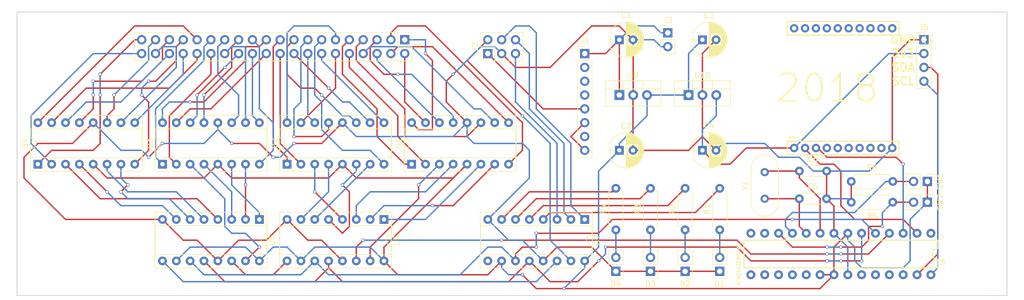
<source format=kicad_pcb>
(kicad_pcb (version 4) (host pcbnew 4.0.7)
  (layers (0 F.Cu signal) (31 B.Cu signal) (34 B.Paste user) (35 F.Paste user) (36 B.SilkS user) (37 F.SilkS user) (38 B.Mask user) (39 F.Mask user) (44 Edge.Cuts user))
  (net 0 "")
  (net 1 /12V)
  (net 2 GND)
  (net 3 +5V)
  (net 4 +3V3)
  (net 5 "Net-(C5-Pad1)")
  (net 6 "Net-(C6-Pad1)")
  (net 7 "Net-(D1-Pad2)")
  (net 8 "Net-(D2-Pad2)")
  (net 9 "Net-(D3-Pad2)")
  (net 10 "Net-(D4-Pad2)")
  (net 11 "/Nixie Tubes and Demuxer/1_0")
  (net 12 "/Nixie Tubes and Demuxer/1_1")
  (net 13 "/Nixie Tubes and Demuxer/1_2")
  (net 14 "/Nixie Tubes and Demuxer/1_3")
  (net 15 "/Nixie Tubes and Demuxer/1_4")
  (net 16 "/Nixie Tubes and Demuxer/1_5")
  (net 17 "/Nixie Tubes and Demuxer/1_6")
  (net 18 "/Nixie Tubes and Demuxer/1_7")
  (net 19 "/Nixie Tubes and Demuxer/1_8")
  (net 20 "/Nixie Tubes and Demuxer/1_9")
  (net 21 "/Nixie Tubes and Demuxer/2_0")
  (net 22 "/Nixie Tubes and Demuxer/2_1")
  (net 23 "/Nixie Tubes and Demuxer/2_2")
  (net 24 "/Nixie Tubes and Demuxer/2_3")
  (net 25 "/Nixie Tubes and Demuxer/2_4")
  (net 26 "/Nixie Tubes and Demuxer/2_5")
  (net 27 "/Nixie Tubes and Demuxer/2_6")
  (net 28 "/Nixie Tubes and Demuxer/2_7")
  (net 29 "/Nixie Tubes and Demuxer/2_8")
  (net 30 "/Nixie Tubes and Demuxer/2_9")
  (net 31 "/Nixie Tubes and Demuxer/3_0")
  (net 32 "/Nixie Tubes and Demuxer/3_1")
  (net 33 "/Nixie Tubes and Demuxer/3_2")
  (net 34 "/Nixie Tubes and Demuxer/3_3")
  (net 35 "/Nixie Tubes and Demuxer/3_4")
  (net 36 "/Nixie Tubes and Demuxer/3_5")
  (net 37 "/Nixie Tubes and Demuxer/3_6")
  (net 38 "/Nixie Tubes and Demuxer/3_7")
  (net 39 "/Nixie Tubes and Demuxer/3_8")
  (net 40 "/Nixie Tubes and Demuxer/3_9")
  (net 41 "/Nixie Tubes and Demuxer/4_0")
  (net 42 "/Nixie Tubes and Demuxer/4_1")
  (net 43 "/Nixie Tubes and Demuxer/4_2")
  (net 44 "/Nixie Tubes and Demuxer/4_3")
  (net 45 "/Nixie Tubes and Demuxer/4_4")
  (net 46 "/Nixie Tubes and Demuxer/4_5")
  (net 47 "/Nixie Tubes and Demuxer/4_6")
  (net 48 "/Nixie Tubes and Demuxer/4_7")
  (net 49 "/Nixie Tubes and Demuxer/4_8")
  (net 50 "/Nixie Tubes and Demuxer/4_9")
  (net 51 "/Nixie Tubes and Demuxer/190V")
  (net 52 "/Nixie Tubes and Demuxer/DE1")
  (net 53 "/Nixie Tubes and Demuxer/DE2")
  (net 54 "/Nixie Tubes and Demuxer/DE4")
  (net 55 "/Nixie Tubes and Demuxer/DE3")
  (net 56 "Net-(J4-Pad2)")
  (net 57 "Net-(J4-Pad3)")
  (net 58 "Net-(J4-Pad4)")
  (net 59 "Net-(J4-Pad6)")
  (net 60 "Net-(J4-Pad7)")
  (net 61 /BME_SDA)
  (net 62 /BME_SCL)
  (net 63 /XBDOUT)
  (net 64 /XBDIN)
  (net 65 "Net-(JP1-Pad4)")
  (net 66 "Net-(JP1-Pad5)")
  (net 67 "Net-(JP1-Pad6)")
  (net 68 "Net-(JP1-Pad7)")
  (net 69 "Net-(JP1-Pad8)")
  (net 70 "Net-(JP1-Pad9)")
  (net 71 "Net-(JP1-Pad11)")
  (net 72 "Net-(JP1-Pad12)")
  (net 73 "Net-(JP1-Pad13)")
  (net 74 "Net-(JP1-Pad14)")
  (net 75 "Net-(JP1-Pad15)")
  (net 76 "Net-(JP1-Pad16)")
  (net 77 "Net-(JP1-Pad17)")
  (net 78 "Net-(JP1-Pad18)")
  (net 79 "Net-(JP1-Pad19)")
  (net 80 "Net-(JP1-Pad20)")
  (net 81 "/Nixie Tubes and Demuxer/FR1")
  (net 82 "/Nixie Tubes and Demuxer/FR2")
  (net 83 "/Nixie Tubes and Demuxer/FR3")
  (net 84 "/Nixie Tubes and Demuxer/FR4")
  (net 85 /TG)
  (net 86 /RT)
  (net 87 "/Nixie Tubes and Demuxer/U1_A")
  (net 88 "/Nixie Tubes and Demuxer/U1_D")
  (net 89 "/Nixie Tubes and Demuxer/U1_B")
  (net 90 "/Nixie Tubes and Demuxer/U1_C")
  (net 91 "/Nixie Tubes and Demuxer/U2_A")
  (net 92 "/Nixie Tubes and Demuxer/U2_D")
  (net 93 "/Nixie Tubes and Demuxer/U2_B")
  (net 94 "/Nixie Tubes and Demuxer/U2_C")
  (net 95 "/Nixie Tubes and Demuxer/U3_A")
  (net 96 "/Nixie Tubes and Demuxer/U3_D")
  (net 97 "/Nixie Tubes and Demuxer/U3_B")
  (net 98 "/Nixie Tubes and Demuxer/U3_C")
  (net 99 "/Nixie Tubes and Demuxer/U4_A")
  (net 100 "/Nixie Tubes and Demuxer/U4_D")
  (net 101 "/Nixie Tubes and Demuxer/U4_B")
  (net 102 "/Nixie Tubes and Demuxer/U4_C")
  (net 103 "Net-(U5-Pad9)")
  (net 104 /NXCLK)
  (net 105 /NXLAT)
  (net 106 /NXDAT)
  (net 107 "Net-(U6-Pad9)")
  (net 108 "Net-(U7-Pad9)")
  (net 109 "Net-(U8-Pad1)")
  (net 110 "Net-(U8-Pad13)")
  (net 111 "Net-(U8-Pad14)")
  (net 112 "Net-(U8-Pad15)")
  (net 113 "Net-(U8-Pad16)")
  (net 114 "Net-(U8-Pad17)")
  (net 115 "Net-(U8-Pad18)")
  (net 116 "Net-(U8-Pad19)")
  (net 117 "Net-(U8-Pad23)")
  (net 118 "Net-(U8-Pad24)")
  (net 119 "Net-(U8-Pad25)")
  (net 120 "Net-(U8-Pad26)")
  (module Capacitors_THT:CP_Radial_D6.3mm_P2.50mm (layer F.Cu) (at 165.1 83.82)
    (fp_text reference C1 (at 1.25 -4.46) (layer F.SilkS))
    (fp_text value 100uF)
    (pad 1 thru_hole rect (at 0 0) (size 1.6 1.6) (drill 0.8) (layers *.Cu *.Mask) (net 1 /12V))
    (pad 2 thru_hole circle (at 2.5 0) (size 1.6 1.6) (drill 0.8) (layers *.Cu *.Mask) (net 2 GND))
  )
  (module Capacitors_THT:CP_Radial_D6.3mm_P2.50mm (layer F.Cu) (at 165.1 104.14)
    (fp_text reference C2 (at 1.25 -4.46) (layer F.SilkS))
    (fp_text value 10uF)
    (pad 1 thru_hole rect (at 0 0) (size 1.6 1.6) (drill 0.8) (layers *.Cu *.Mask) (net 3 +5V))
    (pad 2 thru_hole circle (at 2.5 0) (size 1.6 1.6) (drill 0.8) (layers *.Cu *.Mask) (net 2 GND))
  )
  (module Capacitors_THT:CP_Radial_D6.3mm_P2.50mm (layer F.Cu) (at 180.34 83.82)
    (fp_text reference C3 (at 1.25 -4.46) (layer F.SilkS))
    (fp_text value 100nF)
    (pad 1 thru_hole rect (at 0 0) (size 1.6 1.6) (drill 0.8) (layers *.Cu *.Mask) (net 3 +5V))
    (pad 2 thru_hole circle (at 2.5 0) (size 1.6 1.6) (drill 0.8) (layers *.Cu *.Mask) (net 2 GND))
  )
  (module Capacitors_THT:CP_Radial_D6.3mm_P2.50mm (layer F.Cu) (at 180.34 104.14)
    (fp_text reference C4 (at 1.25 -4.46) (layer F.SilkS))
    (fp_text value 10uF)
    (pad 1 thru_hole rect (at 0 0) (size 1.6 1.6) (drill 0.8) (layers *.Cu *.Mask) (net 4 +3V3))
    (pad 2 thru_hole circle (at 2.5 0) (size 1.6 1.6) (drill 0.8) (layers *.Cu *.Mask) (net 2 GND))
  )
  (module Capacitors_THT:C_Disc_D4.3mm_W1.9mm_P5.00mm (layer F.Cu) (at 198.12 113.03)
    (fp_text reference C5 (at 2.5 -2.26) (layer F.SilkS))
    (fp_text value 22pF)
    (pad 1 thru_hole circle (at 0 0) (size 1.6 1.6) (drill 0.8) (layers *.Cu *.Mask) (net 5 "Net-(C5-Pad1)"))
    (pad 2 thru_hole circle (at 5 0) (size 1.6 1.6) (drill 0.8) (layers *.Cu *.Mask) (net 2 GND))
  )
  (module Capacitors_THT:C_Disc_D4.3mm_W1.9mm_P5.00mm (layer F.Cu) (at 198.12 107.95)
    (fp_text reference C6 (at 2.5 -2.26) (layer F.SilkS))
    (fp_text value 22pF)
    (pad 1 thru_hole circle (at 0 0) (size 1.6 1.6) (drill 0.8) (layers *.Cu *.Mask) (net 6 "Net-(C6-Pad1)"))
    (pad 2 thru_hole circle (at 5 0) (size 1.6 1.6) (drill 0.8) (layers *.Cu *.Mask) (net 2 GND))
  )
  (module Socket_Strips:Socket_Strip_Straight_1x02_Pitch2.54mm (layer F.Cu) (at 183.515 126.365 180)
    (fp_text reference D1 (at 0 -2.33 180) (layer F.SilkS))
    (fp_text value LED)
    (pad 1 thru_hole rect (at 0 0 180) (size 1.7 1.7) (drill 1) (layers *.Cu *.Mask) (net 2 GND))
    (pad 2 thru_hole oval (at 0 2.54 180) (size 1.7 1.7) (drill 1) (layers *.Cu *.Mask) (net 7 "Net-(D1-Pad2)"))
  )
  (module Socket_Strips:Socket_Strip_Straight_1x02_Pitch2.54mm (layer F.Cu) (at 177.165 126.365 180)
    (fp_text reference D2 (at 0 -2.33 180) (layer F.SilkS))
    (fp_text value LED)
    (pad 1 thru_hole rect (at 0 0 180) (size 1.7 1.7) (drill 1) (layers *.Cu *.Mask) (net 2 GND))
    (pad 2 thru_hole oval (at 0 2.54 180) (size 1.7 1.7) (drill 1) (layers *.Cu *.Mask) (net 8 "Net-(D2-Pad2)"))
  )
  (module Socket_Strips:Socket_Strip_Straight_1x02_Pitch2.54mm (layer F.Cu) (at 170.815 126.365 180)
    (fp_text reference D3 (at 0 -2.33 180) (layer F.SilkS))
    (fp_text value LED)
    (pad 1 thru_hole rect (at 0 0 180) (size 1.7 1.7) (drill 1) (layers *.Cu *.Mask) (net 2 GND))
    (pad 2 thru_hole oval (at 0 2.54 180) (size 1.7 1.7) (drill 1) (layers *.Cu *.Mask) (net 9 "Net-(D3-Pad2)"))
  )
  (module Socket_Strips:Socket_Strip_Straight_1x02_Pitch2.54mm (layer F.Cu) (at 164.465 126.365 180)
    (fp_text reference D4 (at 0 -2.33 180) (layer F.SilkS))
    (fp_text value LED)
    (pad 1 thru_hole rect (at 0 0 180) (size 1.7 1.7) (drill 1) (layers *.Cu *.Mask) (net 2 GND))
    (pad 2 thru_hole oval (at 0 2.54 180) (size 1.7 1.7) (drill 1) (layers *.Cu *.Mask) (net 10 "Net-(D4-Pad2)"))
  )
  (module Pin_Headers:Pin_Header_Straight_2x20_Pitch2.54mm (layer F.Cu) (at 125.73 83.82 270)
    (fp_text reference J1 (at 1.27 -2.33 270) (layer F.SilkS))
    (fp_text value Conn_02x20_Odd_Even)
    (pad 1 thru_hole rect (at 0 0 270) (size 1.7 1.7) (drill 1) (layers *.Cu *.Mask) (net 11 "/Nixie Tubes and Demuxer/1_0"))
    (pad 2 thru_hole oval (at 2.54 0 270) (size 1.7 1.7) (drill 1) (layers *.Cu *.Mask) (net 12 "/Nixie Tubes and Demuxer/1_1"))
    (pad 3 thru_hole oval (at 0 2.54 270) (size 1.7 1.7) (drill 1) (layers *.Cu *.Mask) (net 13 "/Nixie Tubes and Demuxer/1_2"))
    (pad 4 thru_hole oval (at 2.54 2.54 270) (size 1.7 1.7) (drill 1) (layers *.Cu *.Mask) (net 14 "/Nixie Tubes and Demuxer/1_3"))
    (pad 5 thru_hole oval (at 0 5.08 270) (size 1.7 1.7) (drill 1) (layers *.Cu *.Mask) (net 15 "/Nixie Tubes and Demuxer/1_4"))
    (pad 6 thru_hole oval (at 2.54 5.08 270) (size 1.7 1.7) (drill 1) (layers *.Cu *.Mask) (net 16 "/Nixie Tubes and Demuxer/1_5"))
    (pad 7 thru_hole oval (at 0 7.62 270) (size 1.7 1.7) (drill 1) (layers *.Cu *.Mask) (net 17 "/Nixie Tubes and Demuxer/1_6"))
    (pad 8 thru_hole oval (at 2.54 7.62 270) (size 1.7 1.7) (drill 1) (layers *.Cu *.Mask) (net 18 "/Nixie Tubes and Demuxer/1_7"))
    (pad 9 thru_hole oval (at 0 10.16 270) (size 1.7 1.7) (drill 1) (layers *.Cu *.Mask) (net 19 "/Nixie Tubes and Demuxer/1_8"))
    (pad 10 thru_hole oval (at 2.54 10.16 270) (size 1.7 1.7) (drill 1) (layers *.Cu *.Mask) (net 20 "/Nixie Tubes and Demuxer/1_9"))
    (pad 11 thru_hole oval (at 0 12.7 270) (size 1.7 1.7) (drill 1) (layers *.Cu *.Mask) (net 21 "/Nixie Tubes and Demuxer/2_0"))
    (pad 12 thru_hole oval (at 2.54 12.7 270) (size 1.7 1.7) (drill 1) (layers *.Cu *.Mask) (net 22 "/Nixie Tubes and Demuxer/2_1"))
    (pad 13 thru_hole oval (at 0 15.24 270) (size 1.7 1.7) (drill 1) (layers *.Cu *.Mask) (net 23 "/Nixie Tubes and Demuxer/2_2"))
    (pad 14 thru_hole oval (at 2.54 15.24 270) (size 1.7 1.7) (drill 1) (layers *.Cu *.Mask) (net 24 "/Nixie Tubes and Demuxer/2_3"))
    (pad 15 thru_hole oval (at 0 17.78 270) (size 1.7 1.7) (drill 1) (layers *.Cu *.Mask) (net 25 "/Nixie Tubes and Demuxer/2_4"))
    (pad 16 thru_hole oval (at 2.54 17.78 270) (size 1.7 1.7) (drill 1) (layers *.Cu *.Mask) (net 26 "/Nixie Tubes and Demuxer/2_5"))
    (pad 17 thru_hole oval (at 0 20.32 270) (size 1.7 1.7) (drill 1) (layers *.Cu *.Mask) (net 27 "/Nixie Tubes and Demuxer/2_6"))
    (pad 18 thru_hole oval (at 2.54 20.32 270) (size 1.7 1.7) (drill 1) (layers *.Cu *.Mask) (net 28 "/Nixie Tubes and Demuxer/2_7"))
    (pad 19 thru_hole oval (at 0 22.86 270) (size 1.7 1.7) (drill 1) (layers *.Cu *.Mask) (net 29 "/Nixie Tubes and Demuxer/2_8"))
    (pad 20 thru_hole oval (at 2.54 22.86 270) (size 1.7 1.7) (drill 1) (layers *.Cu *.Mask) (net 30 "/Nixie Tubes and Demuxer/2_9"))
    (pad 21 thru_hole oval (at 0 25.4 270) (size 1.7 1.7) (drill 1) (layers *.Cu *.Mask) (net 31 "/Nixie Tubes and Demuxer/3_0"))
    (pad 22 thru_hole oval (at 2.54 25.4 270) (size 1.7 1.7) (drill 1) (layers *.Cu *.Mask) (net 32 "/Nixie Tubes and Demuxer/3_1"))
    (pad 23 thru_hole oval (at 0 27.94 270) (size 1.7 1.7) (drill 1) (layers *.Cu *.Mask) (net 33 "/Nixie Tubes and Demuxer/3_2"))
    (pad 24 thru_hole oval (at 2.54 27.94 270) (size 1.7 1.7) (drill 1) (layers *.Cu *.Mask) (net 34 "/Nixie Tubes and Demuxer/3_3"))
    (pad 25 thru_hole oval (at 0 30.48 270) (size 1.7 1.7) (drill 1) (layers *.Cu *.Mask) (net 35 "/Nixie Tubes and Demuxer/3_4"))
    (pad 26 thru_hole oval (at 2.54 30.48 270) (size 1.7 1.7) (drill 1) (layers *.Cu *.Mask) (net 36 "/Nixie Tubes and Demuxer/3_5"))
    (pad 27 thru_hole oval (at 0 33.02 270) (size 1.7 1.7) (drill 1) (layers *.Cu *.Mask) (net 37 "/Nixie Tubes and Demuxer/3_6"))
    (pad 28 thru_hole oval (at 2.54 33.02 270) (size 1.7 1.7) (drill 1) (layers *.Cu *.Mask) (net 38 "/Nixie Tubes and Demuxer/3_7"))
    (pad 29 thru_hole oval (at 0 35.56 270) (size 1.7 1.7) (drill 1) (layers *.Cu *.Mask) (net 39 "/Nixie Tubes and Demuxer/3_8"))
    (pad 30 thru_hole oval (at 2.54 35.56 270) (size 1.7 1.7) (drill 1) (layers *.Cu *.Mask) (net 40 "/Nixie Tubes and Demuxer/3_9"))
    (pad 31 thru_hole oval (at 0 38.1 270) (size 1.7 1.7) (drill 1) (layers *.Cu *.Mask) (net 41 "/Nixie Tubes and Demuxer/4_0"))
    (pad 32 thru_hole oval (at 2.54 38.1 270) (size 1.7 1.7) (drill 1) (layers *.Cu *.Mask) (net 42 "/Nixie Tubes and Demuxer/4_1"))
    (pad 33 thru_hole oval (at 0 40.64 270) (size 1.7 1.7) (drill 1) (layers *.Cu *.Mask) (net 43 "/Nixie Tubes and Demuxer/4_2"))
    (pad 34 thru_hole oval (at 2.54 40.64 270) (size 1.7 1.7) (drill 1) (layers *.Cu *.Mask) (net 44 "/Nixie Tubes and Demuxer/4_3"))
    (pad 35 thru_hole oval (at 0 43.18 270) (size 1.7 1.7) (drill 1) (layers *.Cu *.Mask) (net 45 "/Nixie Tubes and Demuxer/4_4"))
    (pad 36 thru_hole oval (at 2.54 43.18 270) (size 1.7 1.7) (drill 1) (layers *.Cu *.Mask) (net 46 "/Nixie Tubes and Demuxer/4_5"))
    (pad 37 thru_hole oval (at 0 45.72 270) (size 1.7 1.7) (drill 1) (layers *.Cu *.Mask) (net 47 "/Nixie Tubes and Demuxer/4_6"))
    (pad 38 thru_hole oval (at 2.54 45.72 270) (size 1.7 1.7) (drill 1) (layers *.Cu *.Mask) (net 48 "/Nixie Tubes and Demuxer/4_7"))
    (pad 39 thru_hole oval (at 0 48.26 270) (size 1.7 1.7) (drill 1) (layers *.Cu *.Mask) (net 49 "/Nixie Tubes and Demuxer/4_8"))
    (pad 40 thru_hole oval (at 2.54 48.26 270) (size 1.7 1.7) (drill 1) (layers *.Cu *.Mask) (net 50 "/Nixie Tubes and Demuxer/4_9"))
  )
  (module Pin_Headers:Pin_Header_Straight_2x03_Pitch2.54mm (layer F.Cu) (at 140.97 86.36 90)
    (fp_text reference J2 (at 1.27 -2.33 90) (layer F.SilkS))
    (fp_text value Conn_02x03_Odd_Even)
    (pad 1 thru_hole rect (at 0 0 90) (size 1.7 1.7) (drill 1) (layers *.Cu *.Mask) (net 51 "/Nixie Tubes and Demuxer/190V"))
    (pad 2 thru_hole oval (at 2.54 0 90) (size 1.7 1.7) (drill 1) (layers *.Cu *.Mask) (net 52 "/Nixie Tubes and Demuxer/DE1"))
    (pad 3 thru_hole oval (at 0 2.54 90) (size 1.7 1.7) (drill 1) (layers *.Cu *.Mask) (net 2 GND))
    (pad 4 thru_hole oval (at 2.54 2.54 90) (size 1.7 1.7) (drill 1) (layers *.Cu *.Mask) (net 53 "/Nixie Tubes and Demuxer/DE2"))
    (pad 5 thru_hole oval (at 0 5.08 90) (size 1.7 1.7) (drill 1) (layers *.Cu *.Mask) (net 54 "/Nixie Tubes and Demuxer/DE4"))
    (pad 6 thru_hole oval (at 2.54 5.08 90) (size 1.7 1.7) (drill 1) (layers *.Cu *.Mask) (net 55 "/Nixie Tubes and Demuxer/DE3"))
  )
  (module Socket_Strips:Socket_Strip_Straight_1x02_Pitch2.54mm (layer F.Cu) (at 173.99 82.55)
    (fp_text reference J3 (at 0 -2.33) (layer F.SilkS))
    (fp_text value Conn_01x02_Female)
    (pad 1 thru_hole rect (at 0 0) (size 1.7 1.7) (drill 1) (layers *.Cu *.Mask) (net 1 /12V))
    (pad 2 thru_hole oval (at 0 2.54) (size 1.7 1.7) (drill 1) (layers *.Cu *.Mask) (net 2 GND))
  )
  (module Socket_Strips:Socket_Strip_Straight_1x08_Pitch2.54mm (layer F.Cu) (at 158.75 86.36)
    (fp_text reference J4 (at 0 -2.33) (layer F.SilkS))
    (fp_text value Conn_01x08_Female)
    (pad 1 thru_hole rect (at 0 0) (size 1.7 1.7) (drill 1) (layers *.Cu *.Mask) (net 1 /12V))
    (pad 2 thru_hole oval (at 0 2.54) (size 1.7 1.7) (drill 1) (layers *.Cu *.Mask) (net 56 "Net-(J4-Pad2)"))
    (pad 3 thru_hole oval (at 0 5.08) (size 1.7 1.7) (drill 1) (layers *.Cu *.Mask) (net 57 "Net-(J4-Pad3)"))
    (pad 4 thru_hole oval (at 0 7.62) (size 1.7 1.7) (drill 1) (layers *.Cu *.Mask) (net 58 "Net-(J4-Pad4)"))
    (pad 5 thru_hole oval (at 0 10.16) (size 1.7 1.7) (drill 1) (layers *.Cu *.Mask) (net 51 "/Nixie Tubes and Demuxer/190V"))
    (pad 6 thru_hole oval (at 0 12.7) (size 1.7 1.7) (drill 1) (layers *.Cu *.Mask) (net 59 "Net-(J4-Pad6)"))
    (pad 7 thru_hole oval (at 0 15.24) (size 1.7 1.7) (drill 1) (layers *.Cu *.Mask) (net 60 "Net-(J4-Pad7)"))
    (pad 8 thru_hole oval (at 0 17.78) (size 1.7 1.7) (drill 1) (layers *.Cu *.Mask) (net 59 "Net-(J4-Pad6)"))
  )
  (module Socket_Strips:Socket_Strip_Straight_1x04_Pitch2.54mm (layer F.Cu) (at 220.98 83.82)
    (fp_text reference J5 (at 0 -2.33) (layer F.SilkS))
    (fp_text value Conn_01x04_Female)
    (pad 1 thru_hole rect (at 0 0) (size 1.7 1.7) (drill 1) (layers *.Cu *.Mask) (net 2 GND))
    (pad 2 thru_hole oval (at 0 2.54) (size 1.7 1.7) (drill 1) (layers *.Cu *.Mask) (net 4 +3V3))
    (pad 3 thru_hole oval (at 0 5.08) (size 1.7 1.7) (drill 1) (layers *.Cu *.Mask) (net 61 /BME_SDA))
    (pad 4 thru_hole oval (at 0 7.62) (size 1.7 1.7) (drill 1) (layers *.Cu *.Mask) (net 62 /BME_SCL))
  )
  (module RF:XBEE (layer F.Cu) (at 217.17 92.71 90)
    (fp_text reference JP1 (at 8.89 3.81 90) (layer F.SilkS) (effects (font (size 0.6096 0.6096) (thickness 0.127))))
    (fp_text value XBEE (at 8.89 5.08 90) (layer F.SilkS) (effects (font (size 0.6096 0.6096) (thickness 0.127))))
    (fp_text user 1 (at -8.9916 -20.50796 90) (layer F.SilkS) (effects (font (size 1.016 1.016) (thickness 0.1524))))
    (pad 1 thru_hole circle (at -10.9982 -19.99996 90) (size 1.524 1.524) (drill 0.79756) (layers *.Cu *.Mask) (net 4 +3V3))
    (pad 2 thru_hole circle (at -10.9982 -17.99844 90) (size 1.524 1.524) (drill 0.79756) (layers *.Cu *.Mask) (net 63 /XBDOUT))
    (pad 3 thru_hole circle (at -10.9982 -15.99946 90) (size 1.524 1.524) (drill 0.79756) (layers *.Cu *.Mask) (net 64 /XBDIN))
    (pad 4 thru_hole circle (at -10.9982 -13.99794 90) (size 1.524 1.524) (drill 0.79756) (layers *.Cu *.Mask) (net 65 "Net-(JP1-Pad4)"))
    (pad 5 thru_hole circle (at -10.9982 -11.99896 90) (size 1.524 1.524) (drill 0.79756) (layers *.Cu *.Mask) (net 66 "Net-(JP1-Pad5)"))
    (pad 6 thru_hole circle (at -10.9982 -9.99998 90) (size 1.524 1.524) (drill 0.79756) (layers *.Cu *.Mask) (net 67 "Net-(JP1-Pad6)"))
    (pad 7 thru_hole circle (at -10.9982 -7.99846 90) (size 1.524 1.524) (drill 0.79756) (layers *.Cu *.Mask) (net 68 "Net-(JP1-Pad7)"))
    (pad 8 thru_hole circle (at -10.9982 -5.99948 90) (size 1.524 1.524) (drill 0.79756) (layers *.Cu *.Mask) (net 69 "Net-(JP1-Pad8)"))
    (pad 9 thru_hole circle (at -10.9982 -3.99796 90) (size 1.524 1.524) (drill 0.79756) (layers *.Cu *.Mask) (net 70 "Net-(JP1-Pad9)"))
    (pad 10 thru_hole circle (at -10.9982 -1.99898 90) (size 1.524 1.524) (drill 0.79756) (layers *.Cu *.Mask) (net 2 GND))
    (pad 11 thru_hole circle (at 10.9982 -1.99898 90) (size 1.524 1.524) (drill 0.79756) (layers *.Cu *.Mask) (net 71 "Net-(JP1-Pad11)"))
    (pad 12 thru_hole circle (at 10.9982 -3.99796 90) (size 1.524 1.524) (drill 0.79756) (layers *.Cu *.Mask) (net 72 "Net-(JP1-Pad12)"))
    (pad 13 thru_hole circle (at 10.9982 -5.99948 90) (size 1.524 1.524) (drill 0.79756) (layers *.Cu *.Mask) (net 73 "Net-(JP1-Pad13)"))
    (pad 14 thru_hole circle (at 10.9982 -7.99846 90) (size 1.524 1.524) (drill 0.79756) (layers *.Cu *.Mask) (net 74 "Net-(JP1-Pad14)"))
    (pad 15 thru_hole circle (at 10.9982 -9.99998 90) (size 1.524 1.524) (drill 0.79756) (layers *.Cu *.Mask) (net 75 "Net-(JP1-Pad15)"))
    (pad 16 thru_hole circle (at 10.9982 -11.99896 90) (size 1.524 1.524) (drill 0.79756) (layers *.Cu *.Mask) (net 76 "Net-(JP1-Pad16)"))
    (pad 17 thru_hole circle (at 10.9982 -13.99794 90) (size 1.524 1.524) (drill 0.79756) (layers *.Cu *.Mask) (net 77 "Net-(JP1-Pad17)"))
    (pad 18 thru_hole circle (at 10.9982 -15.99946 90) (size 1.524 1.524) (drill 0.79756) (layers *.Cu *.Mask) (net 78 "Net-(JP1-Pad18)"))
    (pad 19 thru_hole circle (at 10.9982 -17.99844 90) (size 1.524 1.524) (drill 0.79756) (layers *.Cu *.Mask) (net 79 "Net-(JP1-Pad19)"))
    (pad 20 thru_hole circle (at 10.9982 -19.99996 90) (size 1.524 1.524) (drill 0.79756) (layers *.Cu *.Mask) (net 80 "Net-(JP1-Pad20)"))
  )
  (module Resistors_THT:R_Axial_DIN0207_L6.3mm_D2.5mm_P7.62mm_Horizontal (layer F.Cu) (at 183.515 118.745 90)
    (fp_text reference R1 (at 3.81 -2.31 90) (layer F.SilkS))
    (fp_text value 1k)
    (pad 1 thru_hole circle (at 0 0 90) (size 1.6 1.6) (drill 0.8) (layers *.Cu *.Mask) (net 7 "Net-(D1-Pad2)"))
    (pad 2 thru_hole oval (at 7.62 0 90) (size 1.6 1.6) (drill 0.8) (layers *.Cu *.Mask) (net 81 "/Nixie Tubes and Demuxer/FR1"))
  )
  (module Resistors_THT:R_Axial_DIN0207_L6.3mm_D2.5mm_P7.62mm_Horizontal (layer F.Cu) (at 177.165 118.745 90)
    (fp_text reference R2 (at 3.81 -2.31 90) (layer F.SilkS))
    (fp_text value 1k)
    (pad 1 thru_hole circle (at 0 0 90) (size 1.6 1.6) (drill 0.8) (layers *.Cu *.Mask) (net 8 "Net-(D2-Pad2)"))
    (pad 2 thru_hole oval (at 7.62 0 90) (size 1.6 1.6) (drill 0.8) (layers *.Cu *.Mask) (net 82 "/Nixie Tubes and Demuxer/FR2"))
  )
  (module Resistors_THT:R_Axial_DIN0207_L6.3mm_D2.5mm_P7.62mm_Horizontal (layer F.Cu) (at 170.815 118.745 90)
    (fp_text reference R3 (at 3.81 -2.31 90) (layer F.SilkS))
    (fp_text value 1k)
    (pad 1 thru_hole circle (at 0 0 90) (size 1.6 1.6) (drill 0.8) (layers *.Cu *.Mask) (net 9 "Net-(D3-Pad2)"))
    (pad 2 thru_hole oval (at 7.62 0 90) (size 1.6 1.6) (drill 0.8) (layers *.Cu *.Mask) (net 83 "/Nixie Tubes and Demuxer/FR3"))
  )
  (module Resistors_THT:R_Axial_DIN0207_L6.3mm_D2.5mm_P7.62mm_Horizontal (layer F.Cu) (at 164.465 118.745 90)
    (fp_text reference R4 (at 3.81 -2.31 90) (layer F.SilkS))
    (fp_text value 1k)
    (pad 1 thru_hole circle (at 0 0 90) (size 1.6 1.6) (drill 0.8) (layers *.Cu *.Mask) (net 10 "Net-(D4-Pad2)"))
    (pad 2 thru_hole oval (at 7.62 0 90) (size 1.6 1.6) (drill 0.8) (layers *.Cu *.Mask) (net 84 "/Nixie Tubes and Demuxer/FR4"))
  )
  (module Resistors_THT:R_Axial_DIN0207_L6.3mm_D2.5mm_P7.62mm_Horizontal (layer F.Cu) (at 215.265 113.665 180)
    (fp_text reference R5 (at 3.81 -2.54 180) (layer F.SilkS))
    (fp_text value 10k)
    (pad 1 thru_hole circle (at 0 0 180) (size 1.6 1.6) (drill 0.8) (layers *.Cu *.Mask) (net 85 /TG))
    (pad 2 thru_hole oval (at 7.62 0 180) (size 1.6 1.6) (drill 0.8) (layers *.Cu *.Mask) (net 2 GND))
  )
  (module Resistors_THT:R_Axial_DIN0207_L6.3mm_D2.5mm_P7.62mm_Horizontal (layer F.Cu) (at 215.265 109.855 180)
    (fp_text reference R6 (at 3.81 2.54 180) (layer F.SilkS))
    (fp_text value 10k)
    (pad 1 thru_hole circle (at 0 0 180) (size 1.6 1.6) (drill 0.8) (layers *.Cu *.Mask) (net 86 /RT))
    (pad 2 thru_hole oval (at 7.62 0 180) (size 1.6 1.6) (drill 0.8) (layers *.Cu *.Mask) (net 2 GND))
  )
  (module Pin_Headers:Pin_Header_Straight_1x02_Pitch2.54mm (layer F.Cu) (at 221.615 109.855 270)
    (fp_text reference SW1 (at 0 -2.33 270) (layer F.SilkS))
    (fp_text value SW_SPST)
    (pad 1 thru_hole rect (at 0 0 270) (size 1.7 1.7) (drill 1) (layers *.Cu *.Mask) (net 3 +5V))
    (pad 2 thru_hole oval (at 0 2.54 270) (size 1.7 1.7) (drill 1) (layers *.Cu *.Mask) (net 86 /RT))
  )
  (module Pin_Headers:Pin_Header_Straight_1x02_Pitch2.54mm (layer F.Cu) (at 221.615 113.665 270)
    (fp_text reference SW2 (at 0 -2.33 270) (layer F.SilkS))
    (fp_text value SW_SPST)
    (pad 1 thru_hole rect (at 0 0 270) (size 1.7 1.7) (drill 1) (layers *.Cu *.Mask) (net 3 +5V))
    (pad 2 thru_hole oval (at 0 2.54 270) (size 1.7 1.7) (drill 1) (layers *.Cu *.Mask) (net 85 /TG))
  )
  (module Housings_DIP:DIP-16_W7.62mm_Socket (layer F.Cu) (at 127 106.68 90)
    (fp_text reference U1 (at 3.81 -2.33 90) (layer F.SilkS))
    (fp_text value 155ИД1)
    (pad 1 thru_hole rect (at 0 0 90) (size 1.6 1.6) (drill 0.8) (layers *.Cu *.Mask) (net 19 "/Nixie Tubes and Demuxer/1_8"))
    (pad 9 thru_hole oval (at 7.62 17.78 90) (size 1.6 1.6) (drill 0.8) (layers *.Cu *.Mask) (net 14 "/Nixie Tubes and Demuxer/1_3"))
    (pad 2 thru_hole oval (at 0 2.54 90) (size 1.6 1.6) (drill 0.8) (layers *.Cu *.Mask) (net 20 "/Nixie Tubes and Demuxer/1_9"))
    (pad 10 thru_hole oval (at 7.62 15.24 90) (size 1.6 1.6) (drill 0.8) (layers *.Cu *.Mask) (net 18 "/Nixie Tubes and Demuxer/1_7"))
    (pad 3 thru_hole oval (at 0 5.08 90) (size 1.6 1.6) (drill 0.8) (layers *.Cu *.Mask) (net 87 "/Nixie Tubes and Demuxer/U1_A"))
    (pad 11 thru_hole oval (at 7.62 12.7 90) (size 1.6 1.6) (drill 0.8) (layers *.Cu *.Mask) (net 17 "/Nixie Tubes and Demuxer/1_6"))
    (pad 4 thru_hole oval (at 0 7.62 90) (size 1.6 1.6) (drill 0.8) (layers *.Cu *.Mask) (net 88 "/Nixie Tubes and Demuxer/U1_D"))
    (pad 12 thru_hole oval (at 7.62 10.16 90) (size 1.6 1.6) (drill 0.8) (layers *.Cu *.Mask) (net 2 GND))
    (pad 5 thru_hole oval (at 0 10.16 90) (size 1.6 1.6) (drill 0.8) (layers *.Cu *.Mask) (net 3 +5V))
    (pad 13 thru_hole oval (at 7.62 7.62 90) (size 1.6 1.6) (drill 0.8) (layers *.Cu *.Mask) (net 15 "/Nixie Tubes and Demuxer/1_4"))
    (pad 6 thru_hole oval (at 0 12.7 90) (size 1.6 1.6) (drill 0.8) (layers *.Cu *.Mask) (net 89 "/Nixie Tubes and Demuxer/U1_B"))
    (pad 14 thru_hole oval (at 7.62 5.08 90) (size 1.6 1.6) (drill 0.8) (layers *.Cu *.Mask) (net 16 "/Nixie Tubes and Demuxer/1_5"))
    (pad 7 thru_hole oval (at 0 15.24 90) (size 1.6 1.6) (drill 0.8) (layers *.Cu *.Mask) (net 90 "/Nixie Tubes and Demuxer/U1_C"))
    (pad 15 thru_hole oval (at 7.62 2.54 90) (size 1.6 1.6) (drill 0.8) (layers *.Cu *.Mask) (net 12 "/Nixie Tubes and Demuxer/1_1"))
    (pad 8 thru_hole oval (at 0 17.78 90) (size 1.6 1.6) (drill 0.8) (layers *.Cu *.Mask) (net 13 "/Nixie Tubes and Demuxer/1_2"))
    (pad 16 thru_hole oval (at 7.62 0 90) (size 1.6 1.6) (drill 0.8) (layers *.Cu *.Mask) (net 11 "/Nixie Tubes and Demuxer/1_0"))
  )
  (module Housings_DIP:DIP-16_W7.62mm_Socket (layer F.Cu) (at 104.14 106.68 90)
    (fp_text reference U2 (at 3.81 -2.33 90) (layer F.SilkS))
    (fp_text value 155ИД1)
    (pad 1 thru_hole rect (at 0 0 90) (size 1.6 1.6) (drill 0.8) (layers *.Cu *.Mask) (net 29 "/Nixie Tubes and Demuxer/2_8"))
    (pad 9 thru_hole oval (at 7.62 17.78 90) (size 1.6 1.6) (drill 0.8) (layers *.Cu *.Mask) (net 24 "/Nixie Tubes and Demuxer/2_3"))
    (pad 2 thru_hole oval (at 0 2.54 90) (size 1.6 1.6) (drill 0.8) (layers *.Cu *.Mask) (net 30 "/Nixie Tubes and Demuxer/2_9"))
    (pad 10 thru_hole oval (at 7.62 15.24 90) (size 1.6 1.6) (drill 0.8) (layers *.Cu *.Mask) (net 28 "/Nixie Tubes and Demuxer/2_7"))
    (pad 3 thru_hole oval (at 0 5.08 90) (size 1.6 1.6) (drill 0.8) (layers *.Cu *.Mask) (net 91 "/Nixie Tubes and Demuxer/U2_A"))
    (pad 11 thru_hole oval (at 7.62 12.7 90) (size 1.6 1.6) (drill 0.8) (layers *.Cu *.Mask) (net 27 "/Nixie Tubes and Demuxer/2_6"))
    (pad 4 thru_hole oval (at 0 7.62 90) (size 1.6 1.6) (drill 0.8) (layers *.Cu *.Mask) (net 92 "/Nixie Tubes and Demuxer/U2_D"))
    (pad 12 thru_hole oval (at 7.62 10.16 90) (size 1.6 1.6) (drill 0.8) (layers *.Cu *.Mask) (net 2 GND))
    (pad 5 thru_hole oval (at 0 10.16 90) (size 1.6 1.6) (drill 0.8) (layers *.Cu *.Mask) (net 3 +5V))
    (pad 13 thru_hole oval (at 7.62 7.62 90) (size 1.6 1.6) (drill 0.8) (layers *.Cu *.Mask) (net 25 "/Nixie Tubes and Demuxer/2_4"))
    (pad 6 thru_hole oval (at 0 12.7 90) (size 1.6 1.6) (drill 0.8) (layers *.Cu *.Mask) (net 93 "/Nixie Tubes and Demuxer/U2_B"))
    (pad 14 thru_hole oval (at 7.62 5.08 90) (size 1.6 1.6) (drill 0.8) (layers *.Cu *.Mask) (net 26 "/Nixie Tubes and Demuxer/2_5"))
    (pad 7 thru_hole oval (at 0 15.24 90) (size 1.6 1.6) (drill 0.8) (layers *.Cu *.Mask) (net 94 "/Nixie Tubes and Demuxer/U2_C"))
    (pad 15 thru_hole oval (at 7.62 2.54 90) (size 1.6 1.6) (drill 0.8) (layers *.Cu *.Mask) (net 22 "/Nixie Tubes and Demuxer/2_1"))
    (pad 8 thru_hole oval (at 0 17.78 90) (size 1.6 1.6) (drill 0.8) (layers *.Cu *.Mask) (net 23 "/Nixie Tubes and Demuxer/2_2"))
    (pad 16 thru_hole oval (at 7.62 0 90) (size 1.6 1.6) (drill 0.8) (layers *.Cu *.Mask) (net 21 "/Nixie Tubes and Demuxer/2_0"))
  )
  (module Housings_DIP:DIP-16_W7.62mm_Socket (layer F.Cu) (at 81.28 106.68 90)
    (fp_text reference U3 (at 3.81 -2.33 90) (layer F.SilkS))
    (fp_text value 155ИД1)
    (pad 1 thru_hole rect (at 0 0 90) (size 1.6 1.6) (drill 0.8) (layers *.Cu *.Mask) (net 39 "/Nixie Tubes and Demuxer/3_8"))
    (pad 9 thru_hole oval (at 7.62 17.78 90) (size 1.6 1.6) (drill 0.8) (layers *.Cu *.Mask) (net 34 "/Nixie Tubes and Demuxer/3_3"))
    (pad 2 thru_hole oval (at 0 2.54 90) (size 1.6 1.6) (drill 0.8) (layers *.Cu *.Mask) (net 40 "/Nixie Tubes and Demuxer/3_9"))
    (pad 10 thru_hole oval (at 7.62 15.24 90) (size 1.6 1.6) (drill 0.8) (layers *.Cu *.Mask) (net 38 "/Nixie Tubes and Demuxer/3_7"))
    (pad 3 thru_hole oval (at 0 5.08 90) (size 1.6 1.6) (drill 0.8) (layers *.Cu *.Mask) (net 95 "/Nixie Tubes and Demuxer/U3_A"))
    (pad 11 thru_hole oval (at 7.62 12.7 90) (size 1.6 1.6) (drill 0.8) (layers *.Cu *.Mask) (net 37 "/Nixie Tubes and Demuxer/3_6"))
    (pad 4 thru_hole oval (at 0 7.62 90) (size 1.6 1.6) (drill 0.8) (layers *.Cu *.Mask) (net 96 "/Nixie Tubes and Demuxer/U3_D"))
    (pad 12 thru_hole oval (at 7.62 10.16 90) (size 1.6 1.6) (drill 0.8) (layers *.Cu *.Mask) (net 2 GND))
    (pad 5 thru_hole oval (at 0 10.16 90) (size 1.6 1.6) (drill 0.8) (layers *.Cu *.Mask) (net 3 +5V))
    (pad 13 thru_hole oval (at 7.62 7.62 90) (size 1.6 1.6) (drill 0.8) (layers *.Cu *.Mask) (net 35 "/Nixie Tubes and Demuxer/3_4"))
    (pad 6 thru_hole oval (at 0 12.7 90) (size 1.6 1.6) (drill 0.8) (layers *.Cu *.Mask) (net 97 "/Nixie Tubes and Demuxer/U3_B"))
    (pad 14 thru_hole oval (at 7.62 5.08 90) (size 1.6 1.6) (drill 0.8) (layers *.Cu *.Mask) (net 36 "/Nixie Tubes and Demuxer/3_5"))
    (pad 7 thru_hole oval (at 0 15.24 90) (size 1.6 1.6) (drill 0.8) (layers *.Cu *.Mask) (net 98 "/Nixie Tubes and Demuxer/U3_C"))
    (pad 15 thru_hole oval (at 7.62 2.54 90) (size 1.6 1.6) (drill 0.8) (layers *.Cu *.Mask) (net 32 "/Nixie Tubes and Demuxer/3_1"))
    (pad 8 thru_hole oval (at 0 17.78 90) (size 1.6 1.6) (drill 0.8) (layers *.Cu *.Mask) (net 33 "/Nixie Tubes and Demuxer/3_2"))
    (pad 16 thru_hole oval (at 7.62 0 90) (size 1.6 1.6) (drill 0.8) (layers *.Cu *.Mask) (net 31 "/Nixie Tubes and Demuxer/3_0"))
  )
  (module Housings_DIP:DIP-16_W7.62mm_Socket (layer F.Cu) (at 58.42 106.68 90)
    (fp_text reference U4 (at 3.81 -2.33 90) (layer F.SilkS))
    (fp_text value 155ИД1)
    (pad 1 thru_hole rect (at 0 0 90) (size 1.6 1.6) (drill 0.8) (layers *.Cu *.Mask) (net 49 "/Nixie Tubes and Demuxer/4_8"))
    (pad 9 thru_hole oval (at 7.62 17.78 90) (size 1.6 1.6) (drill 0.8) (layers *.Cu *.Mask) (net 44 "/Nixie Tubes and Demuxer/4_3"))
    (pad 2 thru_hole oval (at 0 2.54 90) (size 1.6 1.6) (drill 0.8) (layers *.Cu *.Mask) (net 50 "/Nixie Tubes and Demuxer/4_9"))
    (pad 10 thru_hole oval (at 7.62 15.24 90) (size 1.6 1.6) (drill 0.8) (layers *.Cu *.Mask) (net 48 "/Nixie Tubes and Demuxer/4_7"))
    (pad 3 thru_hole oval (at 0 5.08 90) (size 1.6 1.6) (drill 0.8) (layers *.Cu *.Mask) (net 99 "/Nixie Tubes and Demuxer/U4_A"))
    (pad 11 thru_hole oval (at 7.62 12.7 90) (size 1.6 1.6) (drill 0.8) (layers *.Cu *.Mask) (net 47 "/Nixie Tubes and Demuxer/4_6"))
    (pad 4 thru_hole oval (at 0 7.62 90) (size 1.6 1.6) (drill 0.8) (layers *.Cu *.Mask) (net 100 "/Nixie Tubes and Demuxer/U4_D"))
    (pad 12 thru_hole oval (at 7.62 10.16 90) (size 1.6 1.6) (drill 0.8) (layers *.Cu *.Mask) (net 2 GND))
    (pad 5 thru_hole oval (at 0 10.16 90) (size 1.6 1.6) (drill 0.8) (layers *.Cu *.Mask) (net 3 +5V))
    (pad 13 thru_hole oval (at 7.62 7.62 90) (size 1.6 1.6) (drill 0.8) (layers *.Cu *.Mask) (net 45 "/Nixie Tubes and Demuxer/4_4"))
    (pad 6 thru_hole oval (at 0 12.7 90) (size 1.6 1.6) (drill 0.8) (layers *.Cu *.Mask) (net 101 "/Nixie Tubes and Demuxer/U4_B"))
    (pad 14 thru_hole oval (at 7.62 5.08 90) (size 1.6 1.6) (drill 0.8) (layers *.Cu *.Mask) (net 46 "/Nixie Tubes and Demuxer/4_5"))
    (pad 7 thru_hole oval (at 0 15.24 90) (size 1.6 1.6) (drill 0.8) (layers *.Cu *.Mask) (net 102 "/Nixie Tubes and Demuxer/U4_C"))
    (pad 15 thru_hole oval (at 7.62 2.54 90) (size 1.6 1.6) (drill 0.8) (layers *.Cu *.Mask) (net 42 "/Nixie Tubes and Demuxer/4_1"))
    (pad 8 thru_hole oval (at 0 17.78 90) (size 1.6 1.6) (drill 0.8) (layers *.Cu *.Mask) (net 43 "/Nixie Tubes and Demuxer/4_2"))
    (pad 16 thru_hole oval (at 7.62 0 90) (size 1.6 1.6) (drill 0.8) (layers *.Cu *.Mask) (net 41 "/Nixie Tubes and Demuxer/4_0"))
  )
  (module Housings_DIP:DIP-16_W7.62mm_Socket (layer F.Cu) (at 121.92 116.84 270)
    (fp_text reference U5 (at 3.81 -2.33 270) (layer F.SilkS))
    (fp_text value 74HC595)
    (pad 1 thru_hole rect (at 0 0 270) (size 1.6 1.6) (drill 0.8) (layers *.Cu *.Mask) (net 89 "/Nixie Tubes and Demuxer/U1_B"))
    (pad 9 thru_hole oval (at 7.62 17.78 270) (size 1.6 1.6) (drill 0.8) (layers *.Cu *.Mask) (net 103 "Net-(U5-Pad9)"))
    (pad 2 thru_hole oval (at 0 2.54 270) (size 1.6 1.6) (drill 0.8) (layers *.Cu *.Mask) (net 90 "/Nixie Tubes and Demuxer/U1_C"))
    (pad 10 thru_hole oval (at 7.62 15.24 270) (size 1.6 1.6) (drill 0.8) (layers *.Cu *.Mask) (net 3 +5V))
    (pad 3 thru_hole oval (at 0 5.08 270) (size 1.6 1.6) (drill 0.8) (layers *.Cu *.Mask) (net 88 "/Nixie Tubes and Demuxer/U1_D"))
    (pad 11 thru_hole oval (at 7.62 12.7 270) (size 1.6 1.6) (drill 0.8) (layers *.Cu *.Mask) (net 104 /NXCLK))
    (pad 4 thru_hole oval (at 0 7.62 270) (size 1.6 1.6) (drill 0.8) (layers *.Cu *.Mask) (net 91 "/Nixie Tubes and Demuxer/U2_A"))
    (pad 12 thru_hole oval (at 7.62 10.16 270) (size 1.6 1.6) (drill 0.8) (layers *.Cu *.Mask) (net 105 /NXLAT))
    (pad 5 thru_hole oval (at 0 10.16 270) (size 1.6 1.6) (drill 0.8) (layers *.Cu *.Mask) (net 93 "/Nixie Tubes and Demuxer/U2_B"))
    (pad 13 thru_hole oval (at 7.62 7.62 270) (size 1.6 1.6) (drill 0.8) (layers *.Cu *.Mask) (net 2 GND))
    (pad 6 thru_hole oval (at 0 12.7 270) (size 1.6 1.6) (drill 0.8) (layers *.Cu *.Mask) (net 94 "/Nixie Tubes and Demuxer/U2_C"))
    (pad 14 thru_hole oval (at 7.62 5.08 270) (size 1.6 1.6) (drill 0.8) (layers *.Cu *.Mask) (net 106 /NXDAT))
    (pad 7 thru_hole oval (at 0 15.24 270) (size 1.6 1.6) (drill 0.8) (layers *.Cu *.Mask) (net 92 "/Nixie Tubes and Demuxer/U2_D"))
    (pad 15 thru_hole oval (at 7.62 2.54 270) (size 1.6 1.6) (drill 0.8) (layers *.Cu *.Mask) (net 87 "/Nixie Tubes and Demuxer/U1_A"))
    (pad 8 thru_hole oval (at 0 17.78 270) (size 1.6 1.6) (drill 0.8) (layers *.Cu *.Mask) (net 2 GND))
    (pad 16 thru_hole oval (at 7.62 0 270) (size 1.6 1.6) (drill 0.8) (layers *.Cu *.Mask) (net 3 +5V))
  )
  (module Housings_DIP:DIP-16_W7.62mm_Socket (layer F.Cu) (at 99.06 116.84 270)
    (fp_text reference U6 (at 3.81 -2.33 270) (layer F.SilkS))
    (fp_text value 74HC595)
    (pad 1 thru_hole rect (at 0 0 270) (size 1.6 1.6) (drill 0.8) (layers *.Cu *.Mask) (net 97 "/Nixie Tubes and Demuxer/U3_B"))
    (pad 9 thru_hole oval (at 7.62 17.78 270) (size 1.6 1.6) (drill 0.8) (layers *.Cu *.Mask) (net 107 "Net-(U6-Pad9)"))
    (pad 2 thru_hole oval (at 0 2.54 270) (size 1.6 1.6) (drill 0.8) (layers *.Cu *.Mask) (net 98 "/Nixie Tubes and Demuxer/U3_C"))
    (pad 10 thru_hole oval (at 7.62 15.24 270) (size 1.6 1.6) (drill 0.8) (layers *.Cu *.Mask) (net 3 +5V))
    (pad 3 thru_hole oval (at 0 5.08 270) (size 1.6 1.6) (drill 0.8) (layers *.Cu *.Mask) (net 96 "/Nixie Tubes and Demuxer/U3_D"))
    (pad 11 thru_hole oval (at 7.62 12.7 270) (size 1.6 1.6) (drill 0.8) (layers *.Cu *.Mask) (net 104 /NXCLK))
    (pad 4 thru_hole oval (at 0 7.62 270) (size 1.6 1.6) (drill 0.8) (layers *.Cu *.Mask) (net 99 "/Nixie Tubes and Demuxer/U4_A"))
    (pad 12 thru_hole oval (at 7.62 10.16 270) (size 1.6 1.6) (drill 0.8) (layers *.Cu *.Mask) (net 105 /NXLAT))
    (pad 5 thru_hole oval (at 0 10.16 270) (size 1.6 1.6) (drill 0.8) (layers *.Cu *.Mask) (net 101 "/Nixie Tubes and Demuxer/U4_B"))
    (pad 13 thru_hole oval (at 7.62 7.62 270) (size 1.6 1.6) (drill 0.8) (layers *.Cu *.Mask) (net 2 GND))
    (pad 6 thru_hole oval (at 0 12.7 270) (size 1.6 1.6) (drill 0.8) (layers *.Cu *.Mask) (net 102 "/Nixie Tubes and Demuxer/U4_C"))
    (pad 14 thru_hole oval (at 7.62 5.08 270) (size 1.6 1.6) (drill 0.8) (layers *.Cu *.Mask) (net 103 "Net-(U5-Pad9)"))
    (pad 7 thru_hole oval (at 0 15.24 270) (size 1.6 1.6) (drill 0.8) (layers *.Cu *.Mask) (net 100 "/Nixie Tubes and Demuxer/U4_D"))
    (pad 15 thru_hole oval (at 7.62 2.54 270) (size 1.6 1.6) (drill 0.8) (layers *.Cu *.Mask) (net 95 "/Nixie Tubes and Demuxer/U3_A"))
    (pad 8 thru_hole oval (at 0 17.78 270) (size 1.6 1.6) (drill 0.8) (layers *.Cu *.Mask) (net 2 GND))
    (pad 16 thru_hole oval (at 7.62 0 270) (size 1.6 1.6) (drill 0.8) (layers *.Cu *.Mask) (net 3 +5V))
  )
  (module Housings_DIP:DIP-16_W7.62mm_Socket (layer F.Cu) (at 158.75 116.84 270)
    (fp_text reference U7 (at 3.81 -2.33 270) (layer F.SilkS))
    (fp_text value 74HC595)
    (pad 1 thru_hole rect (at 0 0 270) (size 1.6 1.6) (drill 0.8) (layers *.Cu *.Mask) (net 53 "/Nixie Tubes and Demuxer/DE2"))
    (pad 9 thru_hole oval (at 7.62 17.78 270) (size 1.6 1.6) (drill 0.8) (layers *.Cu *.Mask) (net 108 "Net-(U7-Pad9)"))
    (pad 2 thru_hole oval (at 0 2.54 270) (size 1.6 1.6) (drill 0.8) (layers *.Cu *.Mask) (net 55 "/Nixie Tubes and Demuxer/DE3"))
    (pad 10 thru_hole oval (at 7.62 15.24 270) (size 1.6 1.6) (drill 0.8) (layers *.Cu *.Mask) (net 3 +5V))
    (pad 3 thru_hole oval (at 0 5.08 270) (size 1.6 1.6) (drill 0.8) (layers *.Cu *.Mask) (net 54 "/Nixie Tubes and Demuxer/DE4"))
    (pad 11 thru_hole oval (at 7.62 12.7 270) (size 1.6 1.6) (drill 0.8) (layers *.Cu *.Mask) (net 104 /NXCLK))
    (pad 4 thru_hole oval (at 0 7.62 270) (size 1.6 1.6) (drill 0.8) (layers *.Cu *.Mask) (net 81 "/Nixie Tubes and Demuxer/FR1"))
    (pad 12 thru_hole oval (at 7.62 10.16 270) (size 1.6 1.6) (drill 0.8) (layers *.Cu *.Mask) (net 105 /NXLAT))
    (pad 5 thru_hole oval (at 0 10.16 270) (size 1.6 1.6) (drill 0.8) (layers *.Cu *.Mask) (net 82 "/Nixie Tubes and Demuxer/FR2"))
    (pad 13 thru_hole oval (at 7.62 7.62 270) (size 1.6 1.6) (drill 0.8) (layers *.Cu *.Mask) (net 2 GND))
    (pad 6 thru_hole oval (at 0 12.7 270) (size 1.6 1.6) (drill 0.8) (layers *.Cu *.Mask) (net 83 "/Nixie Tubes and Demuxer/FR3"))
    (pad 14 thru_hole oval (at 7.62 5.08 270) (size 1.6 1.6) (drill 0.8) (layers *.Cu *.Mask) (net 107 "Net-(U6-Pad9)"))
    (pad 7 thru_hole oval (at 0 15.24 270) (size 1.6 1.6) (drill 0.8) (layers *.Cu *.Mask) (net 84 "/Nixie Tubes and Demuxer/FR4"))
    (pad 15 thru_hole oval (at 7.62 2.54 270) (size 1.6 1.6) (drill 0.8) (layers *.Cu *.Mask) (net 52 "/Nixie Tubes and Demuxer/DE1"))
    (pad 8 thru_hole oval (at 0 17.78 270) (size 1.6 1.6) (drill 0.8) (layers *.Cu *.Mask) (net 2 GND))
    (pad 16 thru_hole oval (at 7.62 0 270) (size 1.6 1.6) (drill 0.8) (layers *.Cu *.Mask) (net 3 +5V))
  )
  (module SparkFun:DIP28 (layer F.Cu) (at 205.74 123.19 180)
    (fp_text reference U8 (at -18.7198 -1.524 270) (layer F.SilkS) (effects (font (size 0.6096 0.6096) (thickness 0.127))))
    (fp_text value ATMEGA328P-PU (at 18.7452 -1.8288 270) (layer F.SilkS) (effects (font (size 0.6096 0.6096) (thickness 0.127))))
    (pad 1 thru_hole circle (at -16.51 3.81 180) (size 1.6256 1.6256) (drill 0.8128) (layers *.Cu *.Paste *.Mask) (net 109 "Net-(U8-Pad1)"))
    (pad 2 thru_hole circle (at -13.97 3.81 180) (size 1.6256 1.6256) (drill 0.8128) (layers *.Cu *.Paste *.Mask) (net 63 /XBDOUT))
    (pad 3 thru_hole circle (at -11.43 3.81 180) (size 1.6256 1.6256) (drill 0.8128) (layers *.Cu *.Paste *.Mask) (net 64 /XBDIN))
    (pad 4 thru_hole circle (at -8.89 3.81 180) (size 1.6256 1.6256) (drill 0.8128) (layers *.Cu *.Paste *.Mask) (net 106 /NXDAT))
    (pad 5 thru_hole circle (at -6.35 3.81 180) (size 1.6256 1.6256) (drill 0.8128) (layers *.Cu *.Paste *.Mask) (net 104 /NXCLK))
    (pad 6 thru_hole circle (at -3.81 3.81 180) (size 1.6256 1.6256) (drill 0.8128) (layers *.Cu *.Paste *.Mask) (net 105 /NXLAT))
    (pad 7 thru_hole circle (at -1.27 3.81 180) (size 1.6256 1.6256) (drill 0.8128) (layers *.Cu *.Paste *.Mask) (net 3 +5V))
    (pad 8 thru_hole circle (at 1.27 3.81 180) (size 1.6256 1.6256) (drill 0.8128) (layers *.Cu *.Paste *.Mask) (net 2 GND))
    (pad 9 thru_hole circle (at 3.81 3.81 180) (size 1.6256 1.6256) (drill 0.8128) (layers *.Cu *.Paste *.Mask) (net 6 "Net-(C6-Pad1)"))
    (pad 10 thru_hole circle (at 6.35 3.81 180) (size 1.6256 1.6256) (drill 0.8128) (layers *.Cu *.Paste *.Mask) (net 5 "Net-(C5-Pad1)"))
    (pad 11 thru_hole circle (at 8.89 3.81 180) (size 1.6256 1.6256) (drill 0.8128) (layers *.Cu *.Paste *.Mask) (net 86 /RT))
    (pad 12 thru_hole circle (at 11.43 3.81 180) (size 1.6256 1.6256) (drill 0.8128) (layers *.Cu *.Paste *.Mask) (net 85 /TG))
    (pad 13 thru_hole circle (at 13.97 3.81 180) (size 1.6256 1.6256) (drill 0.8128) (layers *.Cu *.Paste *.Mask) (net 110 "Net-(U8-Pad13)"))
    (pad 14 thru_hole circle (at 16.51 3.81 180) (size 1.6256 1.6256) (drill 0.8128) (layers *.Cu *.Paste *.Mask) (net 111 "Net-(U8-Pad14)"))
    (pad 15 thru_hole circle (at 16.51 -3.81 180) (size 1.6256 1.6256) (drill 0.8128) (layers *.Cu *.Paste *.Mask) (net 112 "Net-(U8-Pad15)"))
    (pad 16 thru_hole circle (at 13.97 -3.81 180) (size 1.6256 1.6256) (drill 0.8128) (layers *.Cu *.Paste *.Mask) (net 113 "Net-(U8-Pad16)"))
    (pad 17 thru_hole circle (at 11.43 -3.81 180) (size 1.6256 1.6256) (drill 0.8128) (layers *.Cu *.Paste *.Mask) (net 114 "Net-(U8-Pad17)"))
    (pad 18 thru_hole circle (at 8.89 -3.81 180) (size 1.6256 1.6256) (drill 0.8128) (layers *.Cu *.Paste *.Mask) (net 115 "Net-(U8-Pad18)"))
    (pad 19 thru_hole circle (at 6.35 -3.81 180) (size 1.6256 1.6256) (drill 0.8128) (layers *.Cu *.Paste *.Mask) (net 116 "Net-(U8-Pad19)"))
    (pad 20 thru_hole circle (at 3.81 -3.81 180) (size 1.6256 1.6256) (drill 0.8128) (layers *.Cu *.Paste *.Mask) (net 3 +5V))
    (pad 21 thru_hole circle (at 1.27 -3.81 180) (size 1.6256 1.6256) (drill 0.8128) (layers *.Cu *.Paste *.Mask) (net 3 +5V))
    (pad 22 thru_hole circle (at -1.27 -3.81 180) (size 1.6256 1.6256) (drill 0.8128) (layers *.Cu *.Paste *.Mask) (net 2 GND))
    (pad 23 thru_hole circle (at -3.81 -3.81 180) (size 1.6256 1.6256) (drill 0.8128) (layers *.Cu *.Paste *.Mask) (net 117 "Net-(U8-Pad23)"))
    (pad 24 thru_hole circle (at -6.35 -3.81 180) (size 1.6256 1.6256) (drill 0.8128) (layers *.Cu *.Paste *.Mask) (net 118 "Net-(U8-Pad24)"))
    (pad 25 thru_hole circle (at -8.89 -3.81 180) (size 1.6256 1.6256) (drill 0.8128) (layers *.Cu *.Paste *.Mask) (net 119 "Net-(U8-Pad25)"))
    (pad 26 thru_hole circle (at -11.43 -3.81 180) (size 1.6256 1.6256) (drill 0.8128) (layers *.Cu *.Paste *.Mask) (net 120 "Net-(U8-Pad26)"))
    (pad 27 thru_hole circle (at -13.97 -3.81 180) (size 1.6256 1.6256) (drill 0.8128) (layers *.Cu *.Paste *.Mask) (net 61 /BME_SDA))
    (pad 28 thru_hole circle (at -16.51 -3.81 180) (size 1.6256 1.6256) (drill 0.8128) (layers *.Cu *.Paste *.Mask) (net 62 /BME_SCL))
  )
  (module TO_SOT_Packages_THT:TO-220-3_Vertical (layer F.Cu) (at 165.1 93.98)
    (fp_text reference U9 (at 2.54 -3.62) (layer F.SilkS))
    (fp_text value LM7805_TO220)
    (pad 1 thru_hole rect (at 0 0) (size 1.8 1.8) (drill 1) (layers *.Cu *.Mask) (net 1 /12V))
    (pad 2 thru_hole oval (at 2.54 0) (size 1.8 1.8) (drill 1) (layers *.Cu *.Mask) (net 2 GND))
    (pad 3 thru_hole oval (at 5.08 0) (size 1.8 1.8) (drill 1) (layers *.Cu *.Mask) (net 3 +5V))
  )
  (module TO_SOT_Packages_THT:TO-220-3_Vertical (layer F.Cu) (at 177.8 93.98)
    (fp_text reference U10 (at 2.54 -3.62) (layer F.SilkS))
    (fp_text value V_REG_LD1117V33)
    (pad 1 thru_hole rect (at 0 0) (size 1.8 1.8) (drill 1) (layers *.Cu *.Mask) (net 3 +5V))
    (pad 2 thru_hole oval (at 2.54 0) (size 1.8 1.8) (drill 1) (layers *.Cu *.Mask) (net 2 GND))
    (pad 3 thru_hole oval (at 5.08 0) (size 1.8 1.8) (drill 1) (layers *.Cu *.Mask) (net 4 +3V3))
  )
  (module Crystals:Crystal_HC49-U_Vertical (layer F.Cu) (at 191.77 113.03 90)
    (fp_text reference Y1 (at 2.44 -3.525 90) (layer F.SilkS))
    (fp_text value 16MHz)
    (pad 1 thru_hole circle (at 0 0 90) (size 1.5 1.5) (drill 0.8) (layers *.Cu *.Mask) (net 5 "Net-(C5-Pad1)"))
    (pad 2 thru_hole circle (at 4.88 0 90) (size 1.5 1.5) (drill 0.8) (layers *.Cu *.Mask) (net 6 "Net-(C6-Pad1)"))
  )
  (module Mounting_Holes:MountingHole_5.3mm_M5 (layer F.Cu) (at 60.96 124.46)
    (fp_text reference "" (at 0 -6.3) (layer F.SilkS))
    (fp_text value MountingHole_5.3mm_M5)
    (pad 1 np_thru_hole circle (at 0 0) (size 5.3 5.3) (drill 5.3) (layers *.Cu *.Mask))
  )
  (module Mounting_Holes:MountingHole_5.3mm_M5 (layer F.Cu) (at 60.96 85.09)
    (fp_text reference "" (at 0 -6.3) (layer F.SilkS))
    (fp_text value MountingHole_5.3mm_M5)
    (pad 1 np_thru_hole circle (at 0 0) (size 5.3 5.3) (drill 5.3) (layers *.Cu *.Mask))
  )
  (module Mounting_Holes:MountingHole_5.3mm_M5 (layer F.Cu) (at 229.87 124.46)
    (fp_text reference "" (at 0 -6.3) (layer F.SilkS))
    (fp_text value MountingHole_5.3mm_M5)
    (pad 1 np_thru_hole circle (at 0 0) (size 5.3 5.3) (drill 5.3) (layers *.Cu *.Mask))
  )
  (module Mounting_Holes:MountingHole_5.3mm_M5 (layer F.Cu) (at 229.87 85.09)
    (fp_text reference "" (at 0 -6.3) (layer F.SilkS))
    (fp_text value MountingHole_5.3mm_M5)
    (pad 1 np_thru_hole circle (at 0 0) (size 5.3 5.3) (drill 5.3) (layers *.Cu *.Mask))
  )
  (gr_line (start 233.68 130.81) (end 236.22 130.81) (angle 90) (layer Edge.Cuts) (width 0.15))
  (gr_line (start 233.68 78.74) (end 236.22 78.74) (angle 90) (layer Edge.Cuts) (width 0.15))
  (gr_line (start 236.22 78.74) (end 236.22 130.81) (angle 90) (layer Edge.Cuts) (width 0.15))
  (gr_text 2018 (at 203.2 92.71) (layer F.SilkS) (effects (font (size 5 5) (thickness 0.3))))
  (gr_text SCL (at 217.17 91.44) (layer F.SilkS) (effects (font (size 1.5 1.5) (thickness 0.3))))
  (gr_text SDA (at 217.17 88.9) (layer F.SilkS) (effects (font (size 1.5 1.5) (thickness 0.3))))
  (gr_text 3v3 (at 217.17 86.36) (layer F.SilkS) (effects (font (size 1.5 1.5) (thickness 0.3))))
  (gr_text GND (at 217.17 83.82) (layer F.SilkS) (effects (font (size 1.5 1.5) (thickness 0.3))))
  (gr_line (start 54.61 130.81) (end 233.68 130.81) (angle 90) (layer Edge.Cuts) (width 0.15))
  (gr_line (start 54.61 78.74) (end 233.68 78.74) (angle 90) (layer Edge.Cuts) (width 0.15))
  (gr_line (start 54.61 80.01) (end 54.61 78.74) (angle 90) (layer Edge.Cuts) (width 0.15))
  (gr_line (start 54.61 130.81) (end 54.61 80.01) (angle 90) (layer Edge.Cuts) (width 0.15))
  (segment (start 173.99 82.55) (end 172.72 82.55) (width 0.25) (layer B.Cu) (net 1))
  (segment (start 167.64 81.28) (end 165.1 83.82) (width 0.25) (layer B.Cu) (net 1))
  (segment (start 171.45 81.28) (end 167.64 81.28) (width 0.25) (layer B.Cu) (net 1))
  (segment (start 172.72 82.55) (end 171.45 81.28) (width 0.25) (layer B.Cu) (net 1))
  (segment (start 158.75 86.36) (end 162.56 86.36) (width 0.25) (layer F.Cu) (net 1))
  (segment (start 162.56 86.36) (end 165.1 83.82) (width 0.25) (layer F.Cu) (net 1))
  (segment (start 165.1 93.98) (end 165.1 83.82) (width 0.25) (layer F.Cu) (net 1))
  (segment (start 203.12 113.03) (end 207.01 113.03) (width 0.25) (layer B.Cu) (net 2))
  (segment (start 207.01 113.03) (end 207.645 113.665) (width 0.25) (layer B.Cu) (net 2))
  (segment (start 220.98 83.82) (end 218.44 83.82) (width 0.25) (layer F.Cu) (net 2))
  (segment (start 215.17102 87.08898) (end 215.17102 103.7082) (width 0.25) (layer F.Cu) (net 2))
  (segment (start 218.44 83.82) (end 215.17102 87.08898) (width 0.25) (layer F.Cu) (net 2))
  (segment (start 203.12 107.95) (end 210.92922 107.95) (width 0.25) (layer B.Cu) (net 2))
  (segment (start 210.92922 107.95) (end 215.17102 103.7082) (width 0.25) (layer B.Cu) (net 2))
  (segment (start 167.6 83.82) (end 171.45 83.82) (width 0.25) (layer B.Cu) (net 2))
  (segment (start 172.72 85.09) (end 173.99 85.09) (width 0.25) (layer B.Cu) (net 2))
  (segment (start 171.45 83.82) (end 172.72 85.09) (width 0.25) (layer B.Cu) (net 2))
  (segment (start 203.12 107.95) (end 200.66 107.95) (width 0.25) (layer B.Cu) (net 2))
  (segment (start 184.11 102.87) (end 182.84 104.14) (width 0.25) (layer B.Cu) (net 2))
  (segment (start 191.77 102.87) (end 184.11 102.87) (width 0.25) (layer B.Cu) (net 2))
  (segment (start 194.31 105.41) (end 191.77 102.87) (width 0.25) (layer B.Cu) (net 2))
  (segment (start 198.12 105.41) (end 194.31 105.41) (width 0.25) (layer B.Cu) (net 2))
  (segment (start 200.66 107.95) (end 198.12 105.41) (width 0.25) (layer B.Cu) (net 2))
  (segment (start 204.47 119.38) (end 204.47 114.38) (width 0.25) (layer F.Cu) (net 2))
  (segment (start 204.47 114.38) (end 203.12 113.03) (width 0.25) (layer F.Cu) (net 2))
  (segment (start 207.645 113.665) (end 207.645 109.855) (width 0.25) (layer F.Cu) (net 2))
  (segment (start 204.47 119.38) (end 207.01 121.92) (width 0.25) (layer B.Cu) (net 2))
  (segment (start 207.01 121.92) (end 207.01 127) (width 0.25) (layer B.Cu) (net 2))
  (segment (start 203.12 113.03) (end 203.12 107.95) (width 0.25) (layer F.Cu) (net 2))
  (segment (start 151.13 124.46) (end 153.67 121.92) (width 0.25) (layer F.Cu) (net 2))
  (segment (start 160.02 121.92) (end 164.465 126.365) (width 0.25) (layer F.Cu) (net 2))
  (segment (start 153.67 121.92) (end 160.02 121.92) (width 0.25) (layer F.Cu) (net 2))
  (segment (start 151.13 124.46) (end 147.32 120.65) (width 0.25) (layer B.Cu) (net 2))
  (segment (start 144.78 120.65) (end 140.97 116.84) (width 0.25) (layer B.Cu) (net 2))
  (segment (start 147.32 120.65) (end 144.78 120.65) (width 0.25) (layer B.Cu) (net 2))
  (segment (start 137.16 99.06) (end 137.16 101.6) (width 0.25) (layer B.Cu) (net 2))
  (segment (start 148.59 109.22) (end 140.97 116.84) (width 0.25) (layer B.Cu) (net 2))
  (segment (start 148.59 104.14) (end 148.59 109.22) (width 0.25) (layer B.Cu) (net 2))
  (segment (start 147.32 102.87) (end 148.59 104.14) (width 0.25) (layer B.Cu) (net 2))
  (segment (start 138.43 102.87) (end 147.32 102.87) (width 0.25) (layer B.Cu) (net 2))
  (segment (start 137.16 101.6) (end 138.43 102.87) (width 0.25) (layer B.Cu) (net 2))
  (segment (start 170.815 126.365) (end 164.465 126.365) (width 0.25) (layer F.Cu) (net 2))
  (segment (start 177.165 126.365) (end 170.815 126.365) (width 0.25) (layer F.Cu) (net 2))
  (segment (start 183.515 126.365) (end 177.165 126.365) (width 0.25) (layer F.Cu) (net 2))
  (segment (start 143.51 86.36) (end 146.05 88.9) (width 0.25) (layer F.Cu) (net 2))
  (segment (start 165.06 81.28) (end 167.6 83.82) (width 0.25) (layer F.Cu) (net 2))
  (segment (start 160.02 81.28) (end 165.06 81.28) (width 0.25) (layer F.Cu) (net 2))
  (segment (start 152.4 88.9) (end 160.02 81.28) (width 0.25) (layer F.Cu) (net 2))
  (segment (start 146.05 88.9) (end 152.4 88.9) (width 0.25) (layer F.Cu) (net 2))
  (segment (start 143.51 86.36) (end 142.24 85.09) (width 0.25) (layer B.Cu) (net 2))
  (segment (start 133.35 95.25) (end 137.16 99.06) (width 0.25) (layer F.Cu) (net 2))
  (segment (start 133.35 91.44) (end 133.35 95.25) (width 0.25) (layer F.Cu) (net 2))
  (segment (start 134.62 90.17) (end 133.35 91.44) (width 0.25) (layer F.Cu) (net 2))
  (via (at 134.62 90.17) (size 0.6) (drill 0.4) (layers F.Cu B.Cu) (net 2))
  (segment (start 139.7 85.09) (end 134.62 90.17) (width 0.25) (layer B.Cu) (net 2))
  (segment (start 142.24 85.09) (end 139.7 85.09) (width 0.25) (layer B.Cu) (net 2))
  (segment (start 167.6 104.14) (end 177.8 104.14) (width 0.25) (layer F.Cu) (net 2))
  (segment (start 180.34 101.6) (end 180.34 101.64) (width 0.25) (layer F.Cu) (net 2))
  (segment (start 177.8 104.14) (end 180.34 101.6) (width 0.25) (layer F.Cu) (net 2))
  (segment (start 180.34 93.98) (end 180.34 101.64) (width 0.25) (layer F.Cu) (net 2))
  (segment (start 180.34 101.64) (end 182.84 104.14) (width 0.25) (layer F.Cu) (net 2))
  (segment (start 180.34 93.98) (end 180.34 86.32) (width 0.25) (layer F.Cu) (net 2))
  (segment (start 180.34 86.32) (end 182.84 83.82) (width 0.25) (layer F.Cu) (net 2))
  (segment (start 167.64 93.98) (end 167.64 83.86) (width 0.25) (layer F.Cu) (net 2))
  (segment (start 167.64 83.86) (end 167.6 83.82) (width 0.25) (layer F.Cu) (net 2))
  (segment (start 167.6 104.14) (end 167.6 94.02) (width 0.25) (layer F.Cu) (net 2))
  (segment (start 167.6 94.02) (end 167.64 93.98) (width 0.25) (layer F.Cu) (net 2))
  (segment (start 182.88 104.1) (end 182.84 104.14) (width 0.25) (layer F.Cu) (net 2))
  (segment (start 167.64 83.86) (end 167.6 83.82) (width 0.25) (layer F.Cu) (net 2))
  (segment (start 180.3 94.02) (end 180.34 93.98) (width 0.25) (layer F.Cu) (net 2))
  (segment (start 167.64 104.18) (end 167.6 104.14) (width 0.25) (layer F.Cu) (net 2))
  (segment (start 68.58 99.06) (end 64.77 102.87) (width 0.25) (layer F.Cu) (net 2))
  (segment (start 63.5 116.84) (end 81.28 116.84) (width 0.25) (layer F.Cu) (net 2))
  (segment (start 55.88 109.22) (end 63.5 116.84) (width 0.25) (layer F.Cu) (net 2))
  (segment (start 55.88 105.41) (end 55.88 109.22) (width 0.25) (layer F.Cu) (net 2))
  (segment (start 58.42 102.87) (end 55.88 105.41) (width 0.25) (layer F.Cu) (net 2))
  (segment (start 64.77 102.87) (end 58.42 102.87) (width 0.25) (layer F.Cu) (net 2))
  (segment (start 91.44 124.46) (end 95.25 120.65) (width 0.25) (layer F.Cu) (net 2))
  (segment (start 100.33 120.65) (end 104.14 116.84) (width 0.25) (layer F.Cu) (net 2))
  (segment (start 95.25 120.65) (end 100.33 120.65) (width 0.25) (layer F.Cu) (net 2))
  (segment (start 104.14 116.84) (end 107.95 120.65) (width 0.25) (layer F.Cu) (net 2))
  (segment (start 107.95 120.65) (end 110.49 120.65) (width 0.25) (layer F.Cu) (net 2))
  (segment (start 110.49 120.65) (end 114.3 124.46) (width 0.25) (layer F.Cu) (net 2))
  (segment (start 81.28 116.84) (end 85.09 120.65) (width 0.25) (layer F.Cu) (net 2))
  (segment (start 85.09 120.65) (end 87.63 120.65) (width 0.25) (layer F.Cu) (net 2))
  (segment (start 87.63 120.65) (end 91.44 124.46) (width 0.25) (layer F.Cu) (net 2))
  (segment (start 137.16 99.06) (end 134.62 101.6) (width 0.25) (layer B.Cu) (net 2))
  (segment (start 116.84 101.6) (end 114.3 99.06) (width 0.25) (layer B.Cu) (net 2))
  (segment (start 134.62 101.6) (end 116.84 101.6) (width 0.25) (layer B.Cu) (net 2))
  (segment (start 114.3 99.06) (end 110.49 102.87) (width 0.25) (layer F.Cu) (net 2))
  (segment (start 93.98 102.87) (end 91.44 100.33) (width 0.25) (layer B.Cu) (net 2))
  (via (at 93.98 102.87) (size 0.6) (drill 0.4) (layers F.Cu B.Cu) (net 2))
  (segment (start 99.06 102.87) (end 93.98 102.87) (width 0.25) (layer F.Cu) (net 2))
  (segment (start 101.6 105.41) (end 99.06 102.87) (width 0.25) (layer F.Cu) (net 2))
  (via (at 101.6 105.41) (size 0.6) (drill 0.4) (layers F.Cu B.Cu) (net 2))
  (segment (start 102.87 105.41) (end 101.6 105.41) (width 0.25) (layer B.Cu) (net 2))
  (segment (start 105.41 102.87) (end 102.87 105.41) (width 0.25) (layer B.Cu) (net 2))
  (via (at 105.41 102.87) (size 0.6) (drill 0.4) (layers F.Cu B.Cu) (net 2))
  (segment (start 110.49 102.87) (end 105.41 102.87) (width 0.25) (layer F.Cu) (net 2))
  (segment (start 68.58 99.06) (end 73.66 104.14) (width 0.25) (layer B.Cu) (net 2))
  (segment (start 91.44 100.33) (end 91.44 99.06) (width 0.25) (layer B.Cu) (net 2))
  (segment (start 88.9 102.87) (end 91.44 100.33) (width 0.25) (layer B.Cu) (net 2))
  (segment (start 81.28 102.87) (end 88.9 102.87) (width 0.25) (layer B.Cu) (net 2))
  (via (at 81.28 102.87) (size 0.6) (drill 0.4) (layers F.Cu B.Cu) (net 2))
  (segment (start 78.74 105.41) (end 81.28 102.87) (width 0.25) (layer F.Cu) (net 2))
  (via (at 78.74 105.41) (size 0.6) (drill 0.4) (layers F.Cu B.Cu) (net 2))
  (segment (start 77.47 104.14) (end 78.74 105.41) (width 0.25) (layer B.Cu) (net 2))
  (segment (start 73.66 104.14) (end 77.47 104.14) (width 0.25) (layer B.Cu) (net 2))
  (segment (start 207.01 119.38) (end 207.01 120.65) (width 0.25) (layer B.Cu) (net 3))
  (segment (start 218.44 116.84) (end 221.615 113.665) (width 0.25) (layer B.Cu) (net 3))
  (segment (start 218.44 124.46) (end 218.44 116.84) (width 0.25) (layer B.Cu) (net 3))
  (segment (start 217.17 125.73) (end 218.44 124.46) (width 0.25) (layer B.Cu) (net 3))
  (segment (start 209.55 125.73) (end 217.17 125.73) (width 0.25) (layer B.Cu) (net 3))
  (segment (start 208.28 124.46) (end 209.55 125.73) (width 0.25) (layer B.Cu) (net 3))
  (segment (start 208.28 121.92) (end 208.28 124.46) (width 0.25) (layer B.Cu) (net 3))
  (segment (start 207.01 120.65) (end 208.28 121.92) (width 0.25) (layer B.Cu) (net 3))
  (segment (start 204.47 127) (end 201.93 129.54) (width 0.25) (layer F.Cu) (net 3))
  (segment (start 201.93 129.54) (end 154.94 129.54) (width 0.25) (layer F.Cu) (net 3))
  (segment (start 143.51 124.46) (end 143.51 125.73) (width 0.25) (layer B.Cu) (net 3))
  (segment (start 143.51 125.73) (end 144.78 127) (width 0.25) (layer B.Cu) (net 3))
  (segment (start 144.78 127) (end 147.32 127) (width 0.25) (layer B.Cu) (net 3))
  (via (at 147.32 127) (size 0.6) (drill 0.4) (layers F.Cu B.Cu) (net 3))
  (segment (start 147.32 127) (end 149.86 129.54) (width 0.25) (layer F.Cu) (net 3))
  (segment (start 149.86 129.54) (end 154.94 129.54) (width 0.25) (layer F.Cu) (net 3))
  (segment (start 158.75 125.73) (end 158.75 124.46) (width 0.25) (layer B.Cu) (net 3))
  (via (at 154.94 129.54) (size 0.6) (drill 0.4) (layers F.Cu B.Cu) (net 3))
  (segment (start 154.94 129.54) (end 158.75 125.73) (width 0.25) (layer B.Cu) (net 3))
  (segment (start 221.615 109.855) (end 221.615 113.665) (width 0.25) (layer F.Cu) (net 3))
  (segment (start 204.47 127) (end 201.93 127) (width 0.25) (layer F.Cu) (net 3))
  (segment (start 204.47 127) (end 204.47 121.92) (width 0.25) (layer F.Cu) (net 3))
  (segment (start 204.47 121.92) (end 207.01 119.38) (width 0.25) (layer F.Cu) (net 3))
  (segment (start 165.1 104.14) (end 161.29 107.95) (width 0.25) (layer B.Cu) (net 3))
  (segment (start 161.29 107.95) (end 161.29 121.92) (width 0.25) (layer B.Cu) (net 3))
  (segment (start 161.29 121.92) (end 158.75 124.46) (width 0.25) (layer B.Cu) (net 3))
  (segment (start 143.51 124.46) (end 140.97 127) (width 0.25) (layer F.Cu) (net 3))
  (segment (start 124.46 127) (end 121.92 124.46) (width 0.25) (layer F.Cu) (net 3))
  (segment (start 140.97 127) (end 124.46 127) (width 0.25) (layer F.Cu) (net 3))
  (segment (start 177.8 93.98) (end 170.18 93.98) (width 0.25) (layer B.Cu) (net 3))
  (segment (start 180.34 83.82) (end 177.8 86.36) (width 0.25) (layer B.Cu) (net 3))
  (segment (start 177.8 86.36) (end 177.8 93.98) (width 0.25) (layer B.Cu) (net 3))
  (segment (start 165.1 104.14) (end 165.1 102.87) (width 0.25) (layer B.Cu) (net 3))
  (segment (start 165.1 102.87) (end 170.18 97.79) (width 0.25) (layer B.Cu) (net 3))
  (segment (start 170.18 97.79) (end 170.18 93.98) (width 0.25) (layer B.Cu) (net 3))
  (segment (start 121.92 124.46) (end 121.92 121.92) (width 0.25) (layer F.Cu) (net 3))
  (segment (start 121.92 121.92) (end 137.16 106.68) (width 0.25) (layer F.Cu) (net 3))
  (segment (start 99.06 124.46) (end 101.6 121.92) (width 0.25) (layer B.Cu) (net 3))
  (segment (start 104.14 121.92) (end 106.68 124.46) (width 0.25) (layer B.Cu) (net 3))
  (segment (start 101.6 121.92) (end 104.14 121.92) (width 0.25) (layer B.Cu) (net 3))
  (segment (start 99.06 124.46) (end 96.52 121.92) (width 0.25) (layer B.Cu) (net 3))
  (segment (start 86.36 121.92) (end 83.82 124.46) (width 0.25) (layer B.Cu) (net 3))
  (segment (start 96.52 121.92) (end 86.36 121.92) (width 0.25) (layer B.Cu) (net 3))
  (segment (start 121.92 124.46) (end 119.38 121.92) (width 0.25) (layer B.Cu) (net 3))
  (segment (start 109.22 121.92) (end 106.68 124.46) (width 0.25) (layer B.Cu) (net 3))
  (segment (start 119.38 121.92) (end 109.22 121.92) (width 0.25) (layer B.Cu) (net 3))
  (segment (start 114.3 106.68) (end 116.84 109.22) (width 0.25) (layer F.Cu) (net 3))
  (segment (start 116.84 109.22) (end 134.62 109.22) (width 0.25) (layer F.Cu) (net 3))
  (segment (start 134.62 109.22) (end 137.16 106.68) (width 0.25) (layer F.Cu) (net 3))
  (segment (start 114.3 106.68) (end 111.76 109.22) (width 0.25) (layer F.Cu) (net 3))
  (segment (start 93.98 109.22) (end 91.44 106.68) (width 0.25) (layer F.Cu) (net 3))
  (segment (start 111.76 109.22) (end 93.98 109.22) (width 0.25) (layer F.Cu) (net 3))
  (segment (start 68.58 106.68) (end 71.12 109.22) (width 0.25) (layer F.Cu) (net 3))
  (segment (start 88.9 109.22) (end 91.44 106.68) (width 0.25) (layer F.Cu) (net 3))
  (segment (start 71.12 109.22) (end 88.9 109.22) (width 0.25) (layer F.Cu) (net 3))
  (segment (start 220.98 86.36) (end 214.51824 86.36) (width 0.25) (layer B.Cu) (net 4))
  (segment (start 214.51824 86.36) (end 197.17004 103.7082) (width 0.25) (layer B.Cu) (net 4))
  (segment (start 180.34 104.14) (end 182.88 106.68) (width 0.25) (layer F.Cu) (net 4))
  (segment (start 188.3918 103.7082) (end 197.17004 103.7082) (width 0.25) (layer F.Cu) (net 4))
  (segment (start 185.42 106.68) (end 188.3918 103.7082) (width 0.25) (layer F.Cu) (net 4))
  (segment (start 182.88 106.68) (end 185.42 106.68) (width 0.25) (layer F.Cu) (net 4))
  (segment (start 180.34 104.14) (end 180.34 100.33) (width 0.25) (layer B.Cu) (net 4))
  (segment (start 182.88 97.79) (end 182.88 93.98) (width 0.25) (layer B.Cu) (net 4))
  (segment (start 180.34 100.33) (end 182.88 97.79) (width 0.25) (layer B.Cu) (net 4))
  (segment (start 198.12 113.03) (end 198.12 118.11) (width 0.25) (layer F.Cu) (net 5))
  (segment (start 198.12 118.11) (end 199.39 119.38) (width 0.25) (layer F.Cu) (net 5))
  (segment (start 198.12 113.03) (end 191.77 113.03) (width 0.25) (layer F.Cu) (net 5))
  (segment (start 198.12 107.95) (end 198.12 109.22) (width 0.25) (layer F.Cu) (net 6))
  (segment (start 201.93 113.03) (end 201.93 119.38) (width 0.25) (layer F.Cu) (net 6))
  (segment (start 198.12 109.22) (end 201.93 113.03) (width 0.25) (layer F.Cu) (net 6))
  (segment (start 198.12 107.95) (end 191.97 107.95) (width 0.25) (layer F.Cu) (net 6))
  (segment (start 191.97 107.95) (end 191.77 108.15) (width 0.25) (layer F.Cu) (net 6))
  (segment (start 183.515 123.825) (end 183.515 118.745) (width 0.25) (layer B.Cu) (net 7))
  (segment (start 177.165 123.825) (end 177.165 118.745) (width 0.25) (layer B.Cu) (net 8))
  (segment (start 170.815 123.825) (end 170.815 118.745) (width 0.25) (layer B.Cu) (net 9))
  (segment (start 164.465 123.825) (end 164.465 118.745) (width 0.25) (layer B.Cu) (net 10))
  (segment (start 125.73 83.82) (end 129.54 83.82) (width 0.25) (layer B.Cu) (net 11))
  (segment (start 128.27 100.33) (end 127 99.06) (width 0.25) (layer F.Cu) (net 11))
  (segment (start 130.81 100.33) (end 128.27 100.33) (width 0.25) (layer F.Cu) (net 11))
  (segment (start 130.81 87.63) (end 130.81 100.33) (width 0.25) (layer F.Cu) (net 11))
  (segment (start 129.54 86.36) (end 130.81 87.63) (width 0.25) (layer F.Cu) (net 11))
  (via (at 129.54 86.36) (size 0.6) (drill 0.4) (layers F.Cu B.Cu) (net 11))
  (segment (start 129.54 83.82) (end 129.54 86.36) (width 0.25) (layer B.Cu) (net 11))
  (segment (start 125.73 86.36) (end 125.73 95.25) (width 0.25) (layer F.Cu) (net 12))
  (segment (start 125.73 95.25) (end 129.54 99.06) (width 0.25) (layer F.Cu) (net 12))
  (segment (start 123.19 83.82) (end 123.19 82.55) (width 0.25) (layer F.Cu) (net 13))
  (segment (start 147.32 104.14) (end 144.78 106.68) (width 0.25) (layer F.Cu) (net 13))
  (segment (start 147.32 99.06) (end 147.32 104.14) (width 0.25) (layer F.Cu) (net 13))
  (segment (start 129.54 81.28) (end 147.32 99.06) (width 0.25) (layer F.Cu) (net 13))
  (segment (start 124.46 81.28) (end 129.54 81.28) (width 0.25) (layer F.Cu) (net 13))
  (segment (start 123.19 82.55) (end 124.46 81.28) (width 0.25) (layer F.Cu) (net 13))
  (segment (start 123.19 86.36) (end 124.46 85.09) (width 0.25) (layer F.Cu) (net 14))
  (segment (start 130.81 85.09) (end 144.78 99.06) (width 0.25) (layer F.Cu) (net 14))
  (segment (start 127 85.09) (end 130.81 85.09) (width 0.25) (layer F.Cu) (net 14))
  (segment (start 124.46 85.09) (end 127 85.09) (width 0.25) (layer F.Cu) (net 14))
  (segment (start 120.65 83.82) (end 119.38 85.09) (width 0.25) (layer F.Cu) (net 15))
  (segment (start 134.62 97.79) (end 134.62 99.06) (width 0.25) (layer B.Cu) (net 15))
  (segment (start 127 90.17) (end 134.62 97.79) (width 0.25) (layer B.Cu) (net 15))
  (segment (start 124.46 90.17) (end 127 90.17) (width 0.25) (layer B.Cu) (net 15))
  (via (at 124.46 90.17) (size 0.6) (drill 0.4) (layers F.Cu B.Cu) (net 15))
  (segment (start 121.92 90.17) (end 124.46 90.17) (width 0.25) (layer F.Cu) (net 15))
  (segment (start 119.38 87.63) (end 121.92 90.17) (width 0.25) (layer F.Cu) (net 15))
  (segment (start 119.38 85.09) (end 119.38 87.63) (width 0.25) (layer F.Cu) (net 15))
  (segment (start 120.65 86.36) (end 120.65 87.63) (width 0.25) (layer B.Cu) (net 16))
  (segment (start 120.65 87.63) (end 132.08 99.06) (width 0.25) (layer B.Cu) (net 16))
  (segment (start 118.11 83.82) (end 116.84 85.09) (width 0.25) (layer F.Cu) (net 17))
  (segment (start 137.16 101.6) (end 139.7 99.06) (width 0.25) (layer F.Cu) (net 17))
  (segment (start 125.73 101.6) (end 137.16 101.6) (width 0.25) (layer F.Cu) (net 17))
  (segment (start 125.73 96.52) (end 125.73 101.6) (width 0.25) (layer F.Cu) (net 17))
  (segment (start 116.84 87.63) (end 125.73 96.52) (width 0.25) (layer F.Cu) (net 17))
  (segment (start 116.84 85.09) (end 116.84 87.63) (width 0.25) (layer F.Cu) (net 17))
  (segment (start 118.11 86.36) (end 119.38 85.09) (width 0.25) (layer B.Cu) (net 18))
  (segment (start 139.7 96.52) (end 142.24 99.06) (width 0.25) (layer B.Cu) (net 18))
  (segment (start 138.43 96.52) (end 139.7 96.52) (width 0.25) (layer B.Cu) (net 18))
  (segment (start 127 85.09) (end 138.43 96.52) (width 0.25) (layer B.Cu) (net 18))
  (segment (start 119.38 85.09) (end 127 85.09) (width 0.25) (layer B.Cu) (net 18))
  (segment (start 127 106.68) (end 125.73 106.68) (width 0.25) (layer F.Cu) (net 19))
  (segment (start 114.3 85.09) (end 115.57 83.82) (width 0.25) (layer F.Cu) (net 19))
  (segment (start 114.3 90.17) (end 114.3 85.09) (width 0.25) (layer F.Cu) (net 19))
  (segment (start 120.65 96.52) (end 114.3 90.17) (width 0.25) (layer F.Cu) (net 19))
  (segment (start 120.65 101.6) (end 120.65 96.52) (width 0.25) (layer F.Cu) (net 19))
  (segment (start 125.73 106.68) (end 120.65 101.6) (width 0.25) (layer F.Cu) (net 19))
  (segment (start 115.57 86.36) (end 115.57 88.9) (width 0.25) (layer F.Cu) (net 20))
  (segment (start 124.46 101.6) (end 129.54 106.68) (width 0.25) (layer F.Cu) (net 20))
  (segment (start 124.46 97.79) (end 124.46 101.6) (width 0.25) (layer F.Cu) (net 20))
  (segment (start 115.57 88.9) (end 124.46 97.79) (width 0.25) (layer F.Cu) (net 20))
  (segment (start 104.14 99.06) (end 104.14 83.82) (width 0.25) (layer B.Cu) (net 21))
  (segment (start 113.03 82.55) (end 113.03 83.82) (width 0.25) (layer B.Cu) (net 21))
  (segment (start 111.76 81.28) (end 113.03 82.55) (width 0.25) (layer B.Cu) (net 21))
  (segment (start 105.41 81.28) (end 111.76 81.28) (width 0.25) (layer B.Cu) (net 21))
  (segment (start 104.14 82.55) (end 105.41 81.28) (width 0.25) (layer B.Cu) (net 21))
  (segment (start 104.14 83.82) (end 104.14 82.55) (width 0.25) (layer B.Cu) (net 21))
  (segment (start 113.03 86.36) (end 113.03 92.71) (width 0.25) (layer F.Cu) (net 22))
  (segment (start 113.03 92.71) (end 106.68 99.06) (width 0.25) (layer F.Cu) (net 22))
  (segment (start 110.49 83.82) (end 109.22 85.09) (width 0.25) (layer B.Cu) (net 23))
  (segment (start 119.38 104.14) (end 121.92 106.68) (width 0.25) (layer B.Cu) (net 23))
  (segment (start 114.3 104.14) (end 119.38 104.14) (width 0.25) (layer B.Cu) (net 23))
  (segment (start 110.49 100.33) (end 114.3 104.14) (width 0.25) (layer B.Cu) (net 23))
  (segment (start 110.49 95.25) (end 110.49 100.33) (width 0.25) (layer B.Cu) (net 23))
  (segment (start 109.22 93.98) (end 110.49 95.25) (width 0.25) (layer B.Cu) (net 23))
  (segment (start 109.22 85.09) (end 109.22 93.98) (width 0.25) (layer B.Cu) (net 23))
  (segment (start 110.49 86.36) (end 110.49 87.63) (width 0.25) (layer B.Cu) (net 24))
  (segment (start 110.49 87.63) (end 121.92 99.06) (width 0.25) (layer B.Cu) (net 24))
  (segment (start 107.95 83.82) (end 106.68 85.09) (width 0.25) (layer B.Cu) (net 25))
  (segment (start 111.76 100.33) (end 111.76 99.06) (width 0.25) (layer F.Cu) (net 25))
  (segment (start 110.49 101.6) (end 111.76 100.33) (width 0.25) (layer F.Cu) (net 25))
  (segment (start 105.41 101.6) (end 110.49 101.6) (width 0.25) (layer F.Cu) (net 25))
  (via (at 105.41 101.6) (size 0.6) (drill 0.4) (layers F.Cu B.Cu) (net 25))
  (segment (start 105.41 96.52) (end 105.41 101.6) (width 0.25) (layer B.Cu) (net 25))
  (segment (start 106.68 95.25) (end 105.41 96.52) (width 0.25) (layer B.Cu) (net 25))
  (segment (start 106.68 85.09) (end 106.68 95.25) (width 0.25) (layer B.Cu) (net 25))
  (segment (start 107.95 86.36) (end 107.95 97.79) (width 0.25) (layer B.Cu) (net 26))
  (segment (start 107.95 97.79) (end 109.22 99.06) (width 0.25) (layer B.Cu) (net 26))
  (segment (start 105.41 83.82) (end 104.14 85.09) (width 0.25) (layer F.Cu) (net 27))
  (segment (start 115.57 97.79) (end 116.84 99.06) (width 0.25) (layer B.Cu) (net 27))
  (segment (start 114.3 97.79) (end 115.57 97.79) (width 0.25) (layer B.Cu) (net 27))
  (segment (start 110.49 93.98) (end 114.3 97.79) (width 0.25) (layer B.Cu) (net 27))
  (via (at 110.49 93.98) (size 0.6) (drill 0.4) (layers F.Cu B.Cu) (net 27))
  (segment (start 109.22 92.71) (end 110.49 93.98) (width 0.25) (layer F.Cu) (net 27))
  (segment (start 106.68 92.71) (end 109.22 92.71) (width 0.25) (layer F.Cu) (net 27))
  (segment (start 104.14 90.17) (end 106.68 92.71) (width 0.25) (layer F.Cu) (net 27))
  (segment (start 104.14 85.09) (end 104.14 90.17) (width 0.25) (layer F.Cu) (net 27))
  (segment (start 105.41 86.36) (end 111.76 92.71) (width 0.25) (layer F.Cu) (net 28))
  (segment (start 115.57 95.25) (end 119.38 99.06) (width 0.25) (layer B.Cu) (net 28))
  (segment (start 114.3 95.25) (end 115.57 95.25) (width 0.25) (layer B.Cu) (net 28))
  (segment (start 111.76 92.71) (end 114.3 95.25) (width 0.25) (layer B.Cu) (net 28))
  (via (at 111.76 92.71) (size 0.6) (drill 0.4) (layers F.Cu B.Cu) (net 28))
  (segment (start 102.87 83.82) (end 101.6 85.09) (width 0.25) (layer F.Cu) (net 29))
  (segment (start 104.14 105.41) (end 104.14 106.68) (width 0.25) (layer F.Cu) (net 29))
  (segment (start 101.6 102.87) (end 104.14 105.41) (width 0.25) (layer F.Cu) (net 29))
  (segment (start 101.6 85.09) (end 101.6 102.87) (width 0.25) (layer F.Cu) (net 29))
  (segment (start 102.87 86.36) (end 102.87 102.87) (width 0.25) (layer F.Cu) (net 30))
  (segment (start 102.87 102.87) (end 106.68 106.68) (width 0.25) (layer F.Cu) (net 30))
  (segment (start 100.33 83.82) (end 99.06 85.09) (width 0.25) (layer F.Cu) (net 31))
  (segment (start 81.28 96.52) (end 81.28 99.06) (width 0.25) (layer B.Cu) (net 31))
  (segment (start 82.55 95.25) (end 81.28 96.52) (width 0.25) (layer B.Cu) (net 31))
  (segment (start 86.36 95.25) (end 82.55 95.25) (width 0.25) (layer B.Cu) (net 31))
  (via (at 86.36 95.25) (size 0.6) (drill 0.4) (layers F.Cu B.Cu) (net 31))
  (segment (start 88.9 95.25) (end 86.36 95.25) (width 0.25) (layer F.Cu) (net 31))
  (segment (start 96.52 87.63) (end 88.9 95.25) (width 0.25) (layer F.Cu) (net 31))
  (segment (start 96.52 85.09) (end 96.52 87.63) (width 0.25) (layer F.Cu) (net 31))
  (segment (start 97.79 85.09) (end 96.52 85.09) (width 0.25) (layer F.Cu) (net 31))
  (segment (start 99.06 85.09) (end 97.79 85.09) (width 0.25) (layer F.Cu) (net 31))
  (segment (start 100.33 86.36) (end 90.17 96.52) (width 0.25) (layer F.Cu) (net 32))
  (segment (start 86.36 96.52) (end 83.82 99.06) (width 0.25) (layer F.Cu) (net 32))
  (segment (start 90.17 96.52) (end 86.36 96.52) (width 0.25) (layer F.Cu) (net 32))
  (segment (start 97.79 83.82) (end 99.06 85.09) (width 0.25) (layer B.Cu) (net 33))
  (segment (start 101.6 104.14) (end 99.06 106.68) (width 0.25) (layer B.Cu) (net 33))
  (segment (start 101.6 99.06) (end 101.6 104.14) (width 0.25) (layer B.Cu) (net 33))
  (segment (start 99.06 96.52) (end 101.6 99.06) (width 0.25) (layer B.Cu) (net 33))
  (segment (start 99.06 85.09) (end 99.06 96.52) (width 0.25) (layer B.Cu) (net 33))
  (segment (start 97.79 86.36) (end 97.79 97.79) (width 0.25) (layer B.Cu) (net 34))
  (segment (start 97.79 97.79) (end 99.06 99.06) (width 0.25) (layer B.Cu) (net 34))
  (segment (start 95.25 83.82) (end 93.98 85.09) (width 0.25) (layer F.Cu) (net 35))
  (segment (start 88.9 93.98) (end 88.9 99.06) (width 0.25) (layer B.Cu) (net 35))
  (via (at 88.9 93.98) (size 0.6) (drill 0.4) (layers F.Cu B.Cu) (net 35))
  (segment (start 93.98 88.9) (end 88.9 93.98) (width 0.25) (layer F.Cu) (net 35))
  (segment (start 93.98 85.09) (end 93.98 88.9) (width 0.25) (layer F.Cu) (net 35))
  (segment (start 95.25 86.36) (end 92.71 88.9) (width 0.25) (layer B.Cu) (net 36))
  (segment (start 87.63 97.79) (end 86.36 99.06) (width 0.25) (layer B.Cu) (net 36))
  (segment (start 87.63 93.98) (end 87.63 97.79) (width 0.25) (layer B.Cu) (net 36))
  (via (at 87.63 93.98) (size 0.6) (drill 0.4) (layers F.Cu B.Cu) (net 36))
  (segment (start 92.71 88.9) (end 87.63 93.98) (width 0.25) (layer F.Cu) (net 36))
  (via (at 92.71 88.9) (size 0.6) (drill 0.4) (layers F.Cu B.Cu) (net 36))
  (segment (start 92.71 83.82) (end 91.44 85.09) (width 0.25) (layer B.Cu) (net 37))
  (segment (start 95.25 97.79) (end 93.98 99.06) (width 0.25) (layer B.Cu) (net 37))
  (segment (start 95.25 93.98) (end 95.25 97.79) (width 0.25) (layer B.Cu) (net 37))
  (segment (start 91.44 90.17) (end 95.25 93.98) (width 0.25) (layer B.Cu) (net 37))
  (segment (start 91.44 85.09) (end 91.44 90.17) (width 0.25) (layer B.Cu) (net 37))
  (segment (start 92.71 86.36) (end 93.98 85.09) (width 0.25) (layer B.Cu) (net 38))
  (segment (start 96.52 85.09) (end 96.52 99.06) (width 0.25) (layer B.Cu) (net 38))
  (segment (start 93.98 85.09) (end 96.52 85.09) (width 0.25) (layer B.Cu) (net 38))
  (segment (start 90.17 83.82) (end 88.9 85.09) (width 0.25) (layer B.Cu) (net 39))
  (segment (start 80.01 105.41) (end 81.28 106.68) (width 0.25) (layer B.Cu) (net 39))
  (segment (start 80.01 96.52) (end 80.01 105.41) (width 0.25) (layer B.Cu) (net 39))
  (segment (start 88.9 87.63) (end 80.01 96.52) (width 0.25) (layer B.Cu) (net 39))
  (segment (start 88.9 85.09) (end 88.9 87.63) (width 0.25) (layer B.Cu) (net 39))
  (segment (start 90.17 86.36) (end 90.17 90.17) (width 0.25) (layer F.Cu) (net 40))
  (segment (start 82.55 105.41) (end 83.82 106.68) (width 0.25) (layer F.Cu) (net 40))
  (segment (start 82.55 97.79) (end 82.55 105.41) (width 0.25) (layer F.Cu) (net 40))
  (segment (start 90.17 90.17) (end 82.55 97.79) (width 0.25) (layer F.Cu) (net 40))
  (segment (start 87.63 83.82) (end 85.09 81.28) (width 0.25) (layer F.Cu) (net 41))
  (segment (start 76.2 81.28) (end 58.42 99.06) (width 0.25) (layer F.Cu) (net 41))
  (segment (start 85.09 81.28) (end 76.2 81.28) (width 0.25) (layer F.Cu) (net 41))
  (segment (start 87.63 86.36) (end 87.63 87.63) (width 0.25) (layer F.Cu) (net 42))
  (segment (start 67.31 92.71) (end 60.96 99.06) (width 0.25) (layer F.Cu) (net 42))
  (segment (start 82.55 92.71) (end 67.31 92.71) (width 0.25) (layer F.Cu) (net 42))
  (segment (start 87.63 87.63) (end 82.55 92.71) (width 0.25) (layer F.Cu) (net 42))
  (segment (start 85.09 83.82) (end 83.82 85.09) (width 0.25) (layer F.Cu) (net 43))
  (segment (start 78.74 104.14) (end 76.2 106.68) (width 0.25) (layer F.Cu) (net 43))
  (segment (start 78.74 95.25) (end 78.74 104.14) (width 0.25) (layer F.Cu) (net 43))
  (segment (start 77.47 93.98) (end 78.74 95.25) (width 0.25) (layer F.Cu) (net 43))
  (via (at 77.47 93.98) (size 0.6) (drill 0.4) (layers F.Cu B.Cu) (net 43))
  (segment (start 77.47 92.71) (end 77.47 93.98) (width 0.25) (layer B.Cu) (net 43))
  (segment (start 78.74 91.44) (end 77.47 92.71) (width 0.25) (layer B.Cu) (net 43))
  (via (at 78.74 91.44) (size 0.6) (drill 0.4) (layers F.Cu B.Cu) (net 43))
  (segment (start 80.01 91.44) (end 78.74 91.44) (width 0.25) (layer F.Cu) (net 43))
  (segment (start 83.82 87.63) (end 80.01 91.44) (width 0.25) (layer F.Cu) (net 43))
  (segment (start 83.82 85.09) (end 83.82 87.63) (width 0.25) (layer F.Cu) (net 43))
  (segment (start 85.09 86.36) (end 85.09 90.17) (width 0.25) (layer B.Cu) (net 44))
  (segment (start 85.09 90.17) (end 76.2 99.06) (width 0.25) (layer B.Cu) (net 44))
  (segment (start 82.55 83.82) (end 81.28 85.09) (width 0.25) (layer F.Cu) (net 45))
  (segment (start 68.58 96.52) (end 66.04 99.06) (width 0.25) (layer F.Cu) (net 45))
  (segment (start 68.58 93.98) (end 68.58 96.52) (width 0.25) (layer F.Cu) (net 45))
  (via (at 68.58 93.98) (size 0.6) (drill 0.4) (layers F.Cu B.Cu) (net 45))
  (segment (start 68.58 91.44) (end 68.58 93.98) (width 0.25) (layer B.Cu) (net 45))
  (via (at 68.58 91.44) (size 0.6) (drill 0.4) (layers F.Cu B.Cu) (net 45))
  (segment (start 77.47 91.44) (end 68.58 91.44) (width 0.25) (layer F.Cu) (net 45))
  (segment (start 81.28 87.63) (end 77.47 91.44) (width 0.25) (layer F.Cu) (net 45))
  (segment (start 81.28 85.09) (end 81.28 87.63) (width 0.25) (layer F.Cu) (net 45))
  (segment (start 82.55 86.36) (end 73.66 95.25) (width 0.25) (layer B.Cu) (net 46))
  (segment (start 67.31 95.25) (end 63.5 99.06) (width 0.25) (layer B.Cu) (net 46))
  (segment (start 73.66 95.25) (end 67.31 95.25) (width 0.25) (layer B.Cu) (net 46))
  (segment (start 80.01 83.82) (end 78.74 85.09) (width 0.25) (layer B.Cu) (net 47))
  (segment (start 71.12 97.79) (end 71.12 99.06) (width 0.25) (layer F.Cu) (net 47))
  (segment (start 72.39 96.52) (end 71.12 97.79) (width 0.25) (layer F.Cu) (net 47))
  (segment (start 72.39 93.98) (end 72.39 96.52) (width 0.25) (layer F.Cu) (net 47))
  (via (at 72.39 93.98) (size 0.6) (drill 0.4) (layers F.Cu B.Cu) (net 47))
  (segment (start 78.74 87.63) (end 72.39 93.98) (width 0.25) (layer B.Cu) (net 47))
  (segment (start 78.74 85.09) (end 78.74 87.63) (width 0.25) (layer B.Cu) (net 47))
  (segment (start 80.01 86.36) (end 81.28 85.09) (width 0.25) (layer B.Cu) (net 48))
  (segment (start 83.82 88.9) (end 73.66 99.06) (width 0.25) (layer B.Cu) (net 48))
  (segment (start 83.82 85.09) (end 83.82 88.9) (width 0.25) (layer B.Cu) (net 48))
  (segment (start 81.28 85.09) (end 83.82 85.09) (width 0.25) (layer B.Cu) (net 48))
  (segment (start 77.47 83.82) (end 76.2 83.82) (width 0.25) (layer F.Cu) (net 49))
  (segment (start 60.96 104.14) (end 58.42 106.68) (width 0.25) (layer F.Cu) (net 49))
  (segment (start 68.58 104.14) (end 60.96 104.14) (width 0.25) (layer F.Cu) (net 49))
  (segment (start 69.85 102.87) (end 68.58 104.14) (width 0.25) (layer F.Cu) (net 49))
  (segment (start 69.85 93.98) (end 69.85 102.87) (width 0.25) (layer F.Cu) (net 49))
  (via (at 69.85 93.98) (size 0.6) (drill 0.4) (layers F.Cu B.Cu) (net 49))
  (segment (start 69.85 90.17) (end 69.85 93.98) (width 0.25) (layer B.Cu) (net 49))
  (via (at 69.85 90.17) (size 0.6) (drill 0.4) (layers F.Cu B.Cu) (net 49))
  (segment (start 76.2 83.82) (end 69.85 90.17) (width 0.25) (layer F.Cu) (net 49))
  (segment (start 77.47 86.36) (end 68.58 86.36) (width 0.25) (layer B.Cu) (net 50))
  (segment (start 57.15 102.87) (end 60.96 106.68) (width 0.25) (layer B.Cu) (net 50))
  (segment (start 57.15 97.79) (end 57.15 102.87) (width 0.25) (layer B.Cu) (net 50))
  (segment (start 68.58 86.36) (end 57.15 97.79) (width 0.25) (layer B.Cu) (net 50))
  (segment (start 158.75 96.52) (end 151.13 96.52) (width 0.25) (layer F.Cu) (net 51))
  (segment (start 151.13 96.52) (end 140.97 86.36) (width 0.25) (layer F.Cu) (net 51))
  (segment (start 140.97 83.82) (end 137.16 87.63) (width 0.25) (layer F.Cu) (net 52))
  (segment (start 152.4 120.65) (end 156.21 124.46) (width 0.25) (layer B.Cu) (net 52))
  (segment (start 152.4 102.87) (end 152.4 120.65) (width 0.25) (layer B.Cu) (net 52))
  (segment (start 147.32 97.79) (end 152.4 102.87) (width 0.25) (layer B.Cu) (net 52))
  (via (at 147.32 97.79) (size 0.6) (drill 0.4) (layers F.Cu B.Cu) (net 52))
  (segment (start 137.16 87.63) (end 147.32 97.79) (width 0.25) (layer F.Cu) (net 52))
  (segment (start 143.51 83.82) (end 146.05 81.28) (width 0.25) (layer B.Cu) (net 53))
  (segment (start 156.21 114.3) (end 158.75 116.84) (width 0.25) (layer B.Cu) (net 53))
  (segment (start 156.21 102.87) (end 156.21 114.3) (width 0.25) (layer B.Cu) (net 53))
  (segment (start 149.86 96.52) (end 156.21 102.87) (width 0.25) (layer B.Cu) (net 53))
  (segment (start 149.86 82.55) (end 149.86 96.52) (width 0.25) (layer B.Cu) (net 53))
  (segment (start 148.59 81.28) (end 149.86 82.55) (width 0.25) (layer B.Cu) (net 53))
  (segment (start 146.05 81.28) (end 148.59 81.28) (width 0.25) (layer B.Cu) (net 53))
  (segment (start 146.05 86.36) (end 146.05 95.25) (width 0.25) (layer B.Cu) (net 54))
  (segment (start 153.67 102.87) (end 153.67 116.84) (width 0.25) (layer B.Cu) (net 54))
  (segment (start 146.05 95.25) (end 153.67 102.87) (width 0.25) (layer B.Cu) (net 54))
  (segment (start 146.05 83.82) (end 148.59 86.36) (width 0.25) (layer B.Cu) (net 55))
  (segment (start 154.94 115.57) (end 156.21 116.84) (width 0.25) (layer B.Cu) (net 55))
  (segment (start 154.94 102.87) (end 154.94 115.57) (width 0.25) (layer B.Cu) (net 55))
  (segment (start 148.59 96.52) (end 154.94 102.87) (width 0.25) (layer B.Cu) (net 55))
  (segment (start 148.59 86.36) (end 148.59 96.52) (width 0.25) (layer B.Cu) (net 55))
  (segment (start 158.75 99.06) (end 156.21 101.6) (width 0.25) (layer F.Cu) (net 59))
  (segment (start 156.21 101.6) (end 158.75 104.14) (width 0.25) (layer F.Cu) (net 59))
  (segment (start 220.98 88.9) (end 222.25 88.9) (width 0.25) (layer F.Cu) (net 61))
  (segment (start 223.52 123.19) (end 219.71 127) (width 0.25) (layer F.Cu) (net 61))
  (segment (start 223.52 90.17) (end 223.52 123.19) (width 0.25) (layer F.Cu) (net 61))
  (segment (start 222.25 88.9) (end 223.52 90.17) (width 0.25) (layer F.Cu) (net 61))
  (segment (start 222.25 127) (end 223.52 125.73) (width 0.25) (layer B.Cu) (net 62))
  (segment (start 223.52 93.98) (end 220.98 91.44) (width 0.25) (layer B.Cu) (net 62))
  (segment (start 223.52 125.73) (end 223.52 93.98) (width 0.25) (layer B.Cu) (net 62))
  (segment (start 199.17156 103.7082) (end 199.17156 103.92156) (width 0.25) (layer F.Cu) (net 63))
  (segment (start 199.17156 103.92156) (end 201.93 106.68) (width 0.25) (layer F.Cu) (net 63))
  (segment (start 217.17 116.84) (end 219.71 119.38) (width 0.25) (layer F.Cu) (net 63))
  (segment (start 208.28 116.84) (end 217.17 116.84) (width 0.25) (layer F.Cu) (net 63))
  (segment (start 205.74 114.3) (end 208.28 116.84) (width 0.25) (layer F.Cu) (net 63))
  (segment (start 205.74 107.95) (end 205.74 114.3) (width 0.25) (layer F.Cu) (net 63))
  (segment (start 204.47 106.68) (end 205.74 107.95) (width 0.25) (layer F.Cu) (net 63))
  (segment (start 201.93 106.68) (end 204.47 106.68) (width 0.25) (layer F.Cu) (net 63))
  (segment (start 201.17054 103.7082) (end 201.4982 103.7082) (width 0.25) (layer F.Cu) (net 64))
  (segment (start 201.4982 103.7082) (end 203.2 105.41) (width 0.25) (layer F.Cu) (net 64))
  (segment (start 217.17 106.68) (end 217.17 119.38) (width 0.25) (layer B.Cu) (net 64))
  (via (at 217.17 106.68) (size 0.6) (drill 0.4) (layers F.Cu B.Cu) (net 64))
  (segment (start 215.9 105.41) (end 217.17 106.68) (width 0.25) (layer F.Cu) (net 64))
  (segment (start 203.2 105.41) (end 215.9 105.41) (width 0.25) (layer F.Cu) (net 64))
  (segment (start 151.13 116.84) (end 152.4 115.57) (width 0.25) (layer F.Cu) (net 81))
  (segment (start 179.07 115.57) (end 183.515 111.125) (width 0.25) (layer F.Cu) (net 81))
  (segment (start 152.4 115.57) (end 179.07 115.57) (width 0.25) (layer F.Cu) (net 81))
  (segment (start 148.59 116.84) (end 151.13 114.3) (width 0.25) (layer F.Cu) (net 82))
  (segment (start 173.99 114.3) (end 177.165 111.125) (width 0.25) (layer F.Cu) (net 82))
  (segment (start 151.13 114.3) (end 173.99 114.3) (width 0.25) (layer F.Cu) (net 82))
  (segment (start 146.05 116.84) (end 149.86 113.03) (width 0.25) (layer F.Cu) (net 83))
  (segment (start 168.91 113.03) (end 170.815 111.125) (width 0.25) (layer F.Cu) (net 83))
  (segment (start 149.86 113.03) (end 168.91 113.03) (width 0.25) (layer F.Cu) (net 83))
  (segment (start 143.51 116.84) (end 148.59 111.76) (width 0.25) (layer F.Cu) (net 84))
  (segment (start 163.83 111.76) (end 164.465 111.125) (width 0.25) (layer F.Cu) (net 84))
  (segment (start 148.59 111.76) (end 163.83 111.76) (width 0.25) (layer F.Cu) (net 84))
  (segment (start 194.31 119.38) (end 196.85 121.92) (width 0.25) (layer F.Cu) (net 85))
  (segment (start 213.36 115.57) (end 215.265 113.665) (width 0.25) (layer B.Cu) (net 85))
  (segment (start 213.36 118.11) (end 213.36 115.57) (width 0.25) (layer B.Cu) (net 85))
  (via (at 213.36 118.11) (size 0.6) (drill 0.4) (layers F.Cu B.Cu) (net 85))
  (segment (start 212.09 118.11) (end 213.36 118.11) (width 0.25) (layer F.Cu) (net 85))
  (segment (start 210.82 118.11) (end 212.09 118.11) (width 0.25) (layer F.Cu) (net 85))
  (segment (start 210.82 120.65) (end 210.82 118.11) (width 0.25) (layer F.Cu) (net 85))
  (segment (start 209.55 121.92) (end 210.82 120.65) (width 0.25) (layer F.Cu) (net 85))
  (segment (start 205.74 121.92) (end 209.55 121.92) (width 0.25) (layer F.Cu) (net 85))
  (via (at 205.74 121.92) (size 0.6) (drill 0.4) (layers F.Cu B.Cu) (net 85))
  (segment (start 203.2 121.92) (end 205.74 121.92) (width 0.25) (layer B.Cu) (net 85))
  (via (at 203.2 121.92) (size 0.6) (drill 0.4) (layers F.Cu B.Cu) (net 85))
  (segment (start 196.85 121.92) (end 203.2 121.92) (width 0.25) (layer F.Cu) (net 85))
  (segment (start 219.075 113.665) (end 215.265 113.665) (width 0.25) (layer F.Cu) (net 85))
  (segment (start 215.265 109.855) (end 213.995 109.855) (width 0.25) (layer B.Cu) (net 86))
  (segment (start 195.58 118.11) (end 196.85 119.38) (width 0.25) (layer B.Cu) (net 86))
  (segment (start 195.58 116.84) (end 195.58 118.11) (width 0.25) (layer B.Cu) (net 86))
  (segment (start 196.85 115.57) (end 195.58 116.84) (width 0.25) (layer B.Cu) (net 86))
  (segment (start 208.28 115.57) (end 196.85 115.57) (width 0.25) (layer B.Cu) (net 86))
  (segment (start 213.995 109.855) (end 208.28 115.57) (width 0.25) (layer B.Cu) (net 86))
  (segment (start 219.075 109.855) (end 215.265 109.855) (width 0.25) (layer F.Cu) (net 86))
  (segment (start 132.08 106.68) (end 128.27 110.49) (width 0.25) (layer B.Cu) (net 87))
  (segment (start 119.38 121.92) (end 119.38 124.46) (width 0.25) (layer F.Cu) (net 87))
  (segment (start 128.27 113.03) (end 119.38 121.92) (width 0.25) (layer F.Cu) (net 87))
  (segment (start 128.27 110.49) (end 128.27 113.03) (width 0.25) (layer F.Cu) (net 87))
  (via (at 128.27 110.49) (size 0.6) (drill 0.4) (layers F.Cu B.Cu) (net 87))
  (segment (start 116.84 116.84) (end 116.84 114.3) (width 0.25) (layer B.Cu) (net 88))
  (segment (start 129.54 111.76) (end 134.62 106.68) (width 0.25) (layer B.Cu) (net 88))
  (segment (start 119.38 111.76) (end 129.54 111.76) (width 0.25) (layer B.Cu) (net 88))
  (segment (start 116.84 114.3) (end 119.38 111.76) (width 0.25) (layer B.Cu) (net 88))
  (segment (start 121.92 116.84) (end 129.54 116.84) (width 0.25) (layer B.Cu) (net 89))
  (segment (start 129.54 116.84) (end 139.7 106.68) (width 0.25) (layer B.Cu) (net 89))
  (segment (start 119.38 116.84) (end 121.92 114.3) (width 0.25) (layer B.Cu) (net 90))
  (segment (start 134.62 114.3) (end 142.24 106.68) (width 0.25) (layer F.Cu) (net 90))
  (segment (start 133.35 114.3) (end 134.62 114.3) (width 0.25) (layer F.Cu) (net 90))
  (segment (start 130.81 114.3) (end 133.35 114.3) (width 0.25) (layer F.Cu) (net 90))
  (via (at 130.81 114.3) (size 0.6) (drill 0.4) (layers F.Cu B.Cu) (net 90))
  (segment (start 121.92 114.3) (end 130.81 114.3) (width 0.25) (layer B.Cu) (net 90))
  (segment (start 109.22 106.68) (end 109.22 111.76) (width 0.25) (layer B.Cu) (net 91))
  (segment (start 109.22 111.76) (end 114.3 116.84) (width 0.25) (layer F.Cu) (net 91))
  (via (at 109.22 111.76) (size 0.6) (drill 0.4) (layers F.Cu B.Cu) (net 91))
  (segment (start 106.68 116.84) (end 111.76 111.76) (width 0.25) (layer B.Cu) (net 92))
  (segment (start 111.76 111.76) (end 111.76 106.68) (width 0.25) (layer B.Cu) (net 92))
  (segment (start 116.84 106.68) (end 116.84 107.95) (width 0.25) (layer B.Cu) (net 93))
  (segment (start 114.3 119.38) (end 111.76 116.84) (width 0.25) (layer F.Cu) (net 93))
  (segment (start 115.57 118.11) (end 114.3 119.38) (width 0.25) (layer F.Cu) (net 93))
  (segment (start 115.57 111.76) (end 115.57 118.11) (width 0.25) (layer F.Cu) (net 93))
  (segment (start 114.3 110.49) (end 115.57 111.76) (width 0.25) (layer F.Cu) (net 93))
  (via (at 114.3 110.49) (size 0.6) (drill 0.4) (layers F.Cu B.Cu) (net 93))
  (segment (start 116.84 107.95) (end 114.3 110.49) (width 0.25) (layer B.Cu) (net 93))
  (segment (start 109.22 116.84) (end 119.38 106.68) (width 0.25) (layer B.Cu) (net 94))
  (segment (start 96.52 124.46) (end 99.06 121.92) (width 0.25) (layer F.Cu) (net 95))
  (segment (start 92.71 113.03) (end 86.36 106.68) (width 0.25) (layer B.Cu) (net 95))
  (segment (start 92.71 118.11) (end 92.71 113.03) (width 0.25) (layer B.Cu) (net 95))
  (segment (start 93.98 119.38) (end 92.71 118.11) (width 0.25) (layer B.Cu) (net 95))
  (segment (start 96.52 119.38) (end 93.98 119.38) (width 0.25) (layer B.Cu) (net 95))
  (segment (start 99.06 121.92) (end 96.52 119.38) (width 0.25) (layer B.Cu) (net 95))
  (via (at 99.06 121.92) (size 0.6) (drill 0.4) (layers F.Cu B.Cu) (net 95))
  (segment (start 93.98 116.84) (end 93.98 111.76) (width 0.25) (layer B.Cu) (net 96))
  (segment (start 93.98 111.76) (end 88.9 106.68) (width 0.25) (layer B.Cu) (net 96))
  (segment (start 93.98 106.68) (end 93.98 110.49) (width 0.25) (layer B.Cu) (net 97))
  (segment (start 99.06 115.57) (end 99.06 116.84) (width 0.25) (layer B.Cu) (net 97))
  (segment (start 93.98 110.49) (end 99.06 115.57) (width 0.25) (layer B.Cu) (net 97))
  (segment (start 96.52 116.84) (end 96.52 110.49) (width 0.25) (layer F.Cu) (net 98))
  (segment (start 96.52 110.49) (end 96.52 106.68) (width 0.25) (layer B.Cu) (net 98))
  (via (at 96.52 110.49) (size 0.6) (drill 0.4) (layers F.Cu B.Cu) (net 98))
  (segment (start 63.5 106.68) (end 69.85 113.03) (width 0.25) (layer F.Cu) (net 99))
  (segment (start 87.63 113.03) (end 91.44 116.84) (width 0.25) (layer F.Cu) (net 99))
  (segment (start 69.85 113.03) (end 87.63 113.03) (width 0.25) (layer F.Cu) (net 99))
  (segment (start 66.04 106.68) (end 71.12 111.76) (width 0.25) (layer F.Cu) (net 100))
  (segment (start 81.28 114.3) (end 83.82 116.84) (width 0.25) (layer B.Cu) (net 100))
  (segment (start 73.66 114.3) (end 81.28 114.3) (width 0.25) (layer B.Cu) (net 100))
  (segment (start 71.12 111.76) (end 73.66 114.3) (width 0.25) (layer B.Cu) (net 100))
  (via (at 71.12 111.76) (size 0.6) (drill 0.4) (layers F.Cu B.Cu) (net 100))
  (segment (start 71.12 106.68) (end 71.12 107.95) (width 0.25) (layer B.Cu) (net 101))
  (segment (start 83.82 111.76) (end 88.9 116.84) (width 0.25) (layer B.Cu) (net 101))
  (segment (start 74.93 111.76) (end 83.82 111.76) (width 0.25) (layer B.Cu) (net 101))
  (segment (start 71.12 107.95) (end 74.93 111.76) (width 0.25) (layer B.Cu) (net 101))
  (segment (start 86.36 116.84) (end 82.55 113.03) (width 0.25) (layer B.Cu) (net 102))
  (segment (start 73.66 109.22) (end 73.66 106.68) (width 0.25) (layer B.Cu) (net 102))
  (segment (start 74.93 110.49) (end 73.66 109.22) (width 0.25) (layer B.Cu) (net 102))
  (via (at 74.93 110.49) (size 0.6) (drill 0.4) (layers F.Cu B.Cu) (net 102))
  (segment (start 73.66 111.76) (end 74.93 110.49) (width 0.25) (layer F.Cu) (net 102))
  (via (at 73.66 111.76) (size 0.6) (drill 0.4) (layers F.Cu B.Cu) (net 102))
  (segment (start 74.93 113.03) (end 73.66 111.76) (width 0.25) (layer B.Cu) (net 102))
  (segment (start 82.55 113.03) (end 74.93 113.03) (width 0.25) (layer B.Cu) (net 102))
  (segment (start 104.14 124.46) (end 101.6 127) (width 0.25) (layer F.Cu) (net 103))
  (segment (start 96.52 127) (end 93.98 124.46) (width 0.25) (layer F.Cu) (net 103))
  (segment (start 101.6 127) (end 96.52 127) (width 0.25) (layer F.Cu) (net 103))
  (segment (start 146.05 124.46) (end 146.05 123.19) (width 0.25) (layer F.Cu) (net 104))
  (segment (start 209.55 116.84) (end 212.09 119.38) (width 0.25) (layer B.Cu) (net 104))
  (segment (start 196.85 116.84) (end 209.55 116.84) (width 0.25) (layer B.Cu) (net 104))
  (via (at 196.85 116.84) (size 0.6) (drill 0.4) (layers F.Cu B.Cu) (net 104))
  (segment (start 187.96 116.84) (end 196.85 116.84) (width 0.25) (layer F.Cu) (net 104))
  (segment (start 163.83 116.84) (end 187.96 116.84) (width 0.25) (layer F.Cu) (net 104))
  (segment (start 161.29 119.38) (end 163.83 116.84) (width 0.25) (layer F.Cu) (net 104))
  (segment (start 149.86 119.38) (end 161.29 119.38) (width 0.25) (layer F.Cu) (net 104))
  (via (at 149.86 119.38) (size 0.6) (drill 0.4) (layers F.Cu B.Cu) (net 104))
  (segment (start 149.86 121.92) (end 149.86 119.38) (width 0.25) (layer B.Cu) (net 104))
  (via (at 149.86 121.92) (size 0.6) (drill 0.4) (layers F.Cu B.Cu) (net 104))
  (segment (start 147.32 121.92) (end 149.86 121.92) (width 0.25) (layer F.Cu) (net 104))
  (segment (start 146.05 123.19) (end 147.32 121.92) (width 0.25) (layer F.Cu) (net 104))
  (segment (start 109.22 124.46) (end 111.76 127) (width 0.25) (layer B.Cu) (net 104))
  (segment (start 143.51 121.92) (end 146.05 124.46) (width 0.25) (layer B.Cu) (net 104))
  (segment (start 140.97 121.92) (end 143.51 121.92) (width 0.25) (layer B.Cu) (net 104))
  (segment (start 135.89 127) (end 140.97 121.92) (width 0.25) (layer B.Cu) (net 104))
  (segment (start 111.76 127) (end 135.89 127) (width 0.25) (layer B.Cu) (net 104))
  (segment (start 109.22 124.46) (end 106.68 127) (width 0.25) (layer B.Cu) (net 104))
  (segment (start 88.9 127) (end 86.36 124.46) (width 0.25) (layer B.Cu) (net 104))
  (segment (start 106.68 127) (end 88.9 127) (width 0.25) (layer B.Cu) (net 104))
  (segment (start 148.59 124.46) (end 152.4 128.27) (width 0.25) (layer F.Cu) (net 105))
  (segment (start 209.55 124.46) (end 209.55 119.38) (width 0.25) (layer B.Cu) (net 105))
  (via (at 209.55 124.46) (size 0.6) (drill 0.4) (layers F.Cu B.Cu) (net 105))
  (segment (start 205.74 124.46) (end 209.55 124.46) (width 0.25) (layer F.Cu) (net 105))
  (via (at 205.74 124.46) (size 0.6) (drill 0.4) (layers F.Cu B.Cu) (net 105))
  (segment (start 203.2 124.46) (end 205.74 124.46) (width 0.25) (layer B.Cu) (net 105))
  (via (at 203.2 124.46) (size 0.6) (drill 0.4) (layers F.Cu B.Cu) (net 105))
  (segment (start 189.23 124.46) (end 203.2 124.46) (width 0.25) (layer F.Cu) (net 105))
  (segment (start 186.69 121.92) (end 189.23 124.46) (width 0.25) (layer F.Cu) (net 105))
  (segment (start 162.56 121.92) (end 186.69 121.92) (width 0.25) (layer F.Cu) (net 105))
  (via (at 162.56 121.92) (size 0.6) (drill 0.4) (layers F.Cu B.Cu) (net 105))
  (segment (start 162.56 123.19) (end 162.56 121.92) (width 0.25) (layer B.Cu) (net 105))
  (segment (start 161.29 124.46) (end 162.56 123.19) (width 0.25) (layer B.Cu) (net 105))
  (via (at 161.29 124.46) (size 0.6) (drill 0.4) (layers F.Cu B.Cu) (net 105))
  (segment (start 157.48 128.27) (end 161.29 124.46) (width 0.25) (layer F.Cu) (net 105))
  (segment (start 152.4 128.27) (end 157.48 128.27) (width 0.25) (layer F.Cu) (net 105))
  (segment (start 148.59 124.46) (end 144.78 128.27) (width 0.25) (layer F.Cu) (net 105))
  (segment (start 114.3 128.27) (end 111.76 125.73) (width 0.25) (layer F.Cu) (net 105))
  (segment (start 144.78 128.27) (end 114.3 128.27) (width 0.25) (layer F.Cu) (net 105))
  (segment (start 111.76 124.46) (end 111.76 125.73) (width 0.25) (layer F.Cu) (net 105))
  (segment (start 92.71 128.27) (end 88.9 124.46) (width 0.25) (layer F.Cu) (net 105))
  (segment (start 109.22 128.27) (end 92.71 128.27) (width 0.25) (layer F.Cu) (net 105))
  (segment (start 111.76 125.73) (end 109.22 128.27) (width 0.25) (layer F.Cu) (net 105))
  (segment (start 116.84 124.46) (end 116.84 121.92) (width 0.25) (layer F.Cu) (net 106))
  (segment (start 210.82 123.19) (end 214.63 119.38) (width 0.25) (layer F.Cu) (net 106))
  (segment (start 205.74 123.19) (end 210.82 123.19) (width 0.25) (layer F.Cu) (net 106))
  (via (at 205.74 123.19) (size 0.6) (drill 0.4) (layers F.Cu B.Cu) (net 106))
  (segment (start 203.2 123.19) (end 205.74 123.19) (width 0.25) (layer B.Cu) (net 106))
  (via (at 203.2 123.19) (size 0.6) (drill 0.4) (layers F.Cu B.Cu) (net 106))
  (segment (start 189.23 123.19) (end 203.2 123.19) (width 0.25) (layer F.Cu) (net 106))
  (segment (start 186.69 120.65) (end 189.23 123.19) (width 0.25) (layer F.Cu) (net 106))
  (segment (start 143.51 120.65) (end 186.69 120.65) (width 0.25) (layer F.Cu) (net 106))
  (via (at 143.51 120.65) (size 0.6) (drill 0.4) (layers F.Cu B.Cu) (net 106))
  (segment (start 118.11 120.65) (end 143.51 120.65) (width 0.25) (layer B.Cu) (net 106))
  (via (at 118.11 120.65) (size 0.6) (drill 0.4) (layers F.Cu B.Cu) (net 106))
  (segment (start 116.84 121.92) (end 118.11 120.65) (width 0.25) (layer F.Cu) (net 106))
  (segment (start 81.28 124.46) (end 85.09 128.27) (width 0.25) (layer B.Cu) (net 107))
  (segment (start 149.86 128.27) (end 153.67 124.46) (width 0.25) (layer B.Cu) (net 107))
  (segment (start 85.09 128.27) (end 149.86 128.27) (width 0.25) (layer B.Cu) (net 107))
)
</source>
